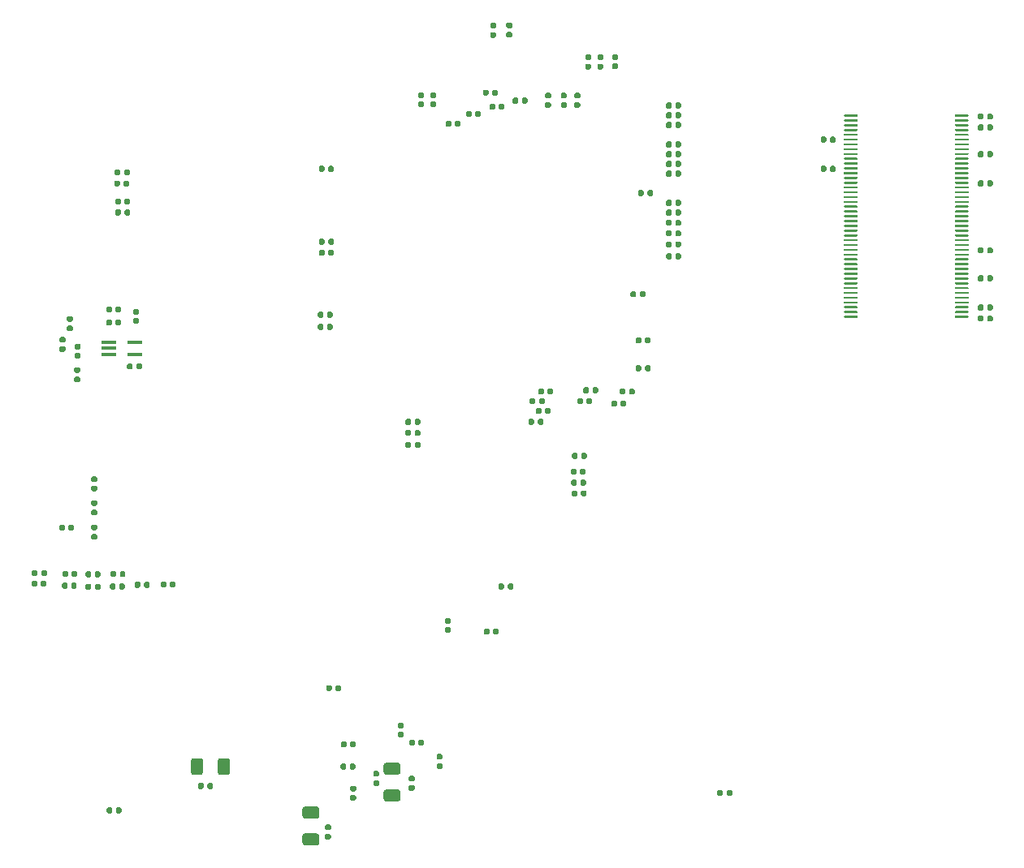
<source format=gbr>
G04 #@! TF.GenerationSoftware,KiCad,Pcbnew,5.1.6-c6e7f7d~87~ubuntu16.04.1*
G04 #@! TF.CreationDate,2020-08-04T23:08:50+05:30*
G04 #@! TF.ProjectId,Aardonyx,41617264-6f6e-4797-982e-6b696361645f,v1.0*
G04 #@! TF.SameCoordinates,Original*
G04 #@! TF.FileFunction,Paste,Bot*
G04 #@! TF.FilePolarity,Positive*
%FSLAX46Y46*%
G04 Gerber Fmt 4.6, Leading zero omitted, Abs format (unit mm)*
G04 Created by KiCad (PCBNEW 5.1.6-c6e7f7d~87~ubuntu16.04.1) date 2020-08-04 23:08:50*
%MOMM*%
%LPD*%
G01*
G04 APERTURE LIST*
%ADD10R,1.500000X0.400000*%
G04 APERTURE END LIST*
G36*
G01*
X181795200Y-111653100D02*
X181795200Y-111308100D01*
G75*
G02*
X181942700Y-111160600I147500J0D01*
G01*
X182237700Y-111160600D01*
G75*
G02*
X182385200Y-111308100I0J-147500D01*
G01*
X182385200Y-111653100D01*
G75*
G02*
X182237700Y-111800600I-147500J0D01*
G01*
X181942700Y-111800600D01*
G75*
G02*
X181795200Y-111653100I0J147500D01*
G01*
G37*
G36*
G01*
X182765200Y-111653100D02*
X182765200Y-111308100D01*
G75*
G02*
X182912700Y-111160600I147500J0D01*
G01*
X183207700Y-111160600D01*
G75*
G02*
X183355200Y-111308100I0J-147500D01*
G01*
X183355200Y-111653100D01*
G75*
G02*
X183207700Y-111800600I-147500J0D01*
G01*
X182912700Y-111800600D01*
G75*
G02*
X182765200Y-111653100I0J147500D01*
G01*
G37*
G36*
G01*
X211597000Y-71995000D02*
X211597000Y-72105000D01*
G75*
G02*
X211542000Y-72160000I-55000J0D01*
G01*
X210252000Y-72160000D01*
G75*
G02*
X210197000Y-72105000I0J55000D01*
G01*
X210197000Y-71995000D01*
G75*
G02*
X210252000Y-71940000I55000J0D01*
G01*
X211542000Y-71940000D01*
G75*
G02*
X211597000Y-71995000I0J-55000D01*
G01*
G37*
G36*
G01*
X211597000Y-72495000D02*
X211597000Y-72605000D01*
G75*
G02*
X211542000Y-72660000I-55000J0D01*
G01*
X210252000Y-72660000D01*
G75*
G02*
X210197000Y-72605000I0J55000D01*
G01*
X210197000Y-72495000D01*
G75*
G02*
X210252000Y-72440000I55000J0D01*
G01*
X211542000Y-72440000D01*
G75*
G02*
X211597000Y-72495000I0J-55000D01*
G01*
G37*
G36*
G01*
X211597000Y-72995000D02*
X211597000Y-73105000D01*
G75*
G02*
X211542000Y-73160000I-55000J0D01*
G01*
X210252000Y-73160000D01*
G75*
G02*
X210197000Y-73105000I0J55000D01*
G01*
X210197000Y-72995000D01*
G75*
G02*
X210252000Y-72940000I55000J0D01*
G01*
X211542000Y-72940000D01*
G75*
G02*
X211597000Y-72995000I0J-55000D01*
G01*
G37*
G36*
G01*
X223157000Y-92995000D02*
X223157000Y-93105000D01*
G75*
G02*
X223102000Y-93160000I-55000J0D01*
G01*
X221812000Y-93160000D01*
G75*
G02*
X221757000Y-93105000I0J55000D01*
G01*
X221757000Y-92995000D01*
G75*
G02*
X221812000Y-92940000I55000J0D01*
G01*
X223102000Y-92940000D01*
G75*
G02*
X223157000Y-92995000I0J-55000D01*
G01*
G37*
G36*
G01*
X223157000Y-92495000D02*
X223157000Y-92605000D01*
G75*
G02*
X223102000Y-92660000I-55000J0D01*
G01*
X221812000Y-92660000D01*
G75*
G02*
X221757000Y-92605000I0J55000D01*
G01*
X221757000Y-92495000D01*
G75*
G02*
X221812000Y-92440000I55000J0D01*
G01*
X223102000Y-92440000D01*
G75*
G02*
X223157000Y-92495000I0J-55000D01*
G01*
G37*
G36*
G01*
X223157000Y-91995000D02*
X223157000Y-92105000D01*
G75*
G02*
X223102000Y-92160000I-55000J0D01*
G01*
X221812000Y-92160000D01*
G75*
G02*
X221757000Y-92105000I0J55000D01*
G01*
X221757000Y-91995000D01*
G75*
G02*
X221812000Y-91940000I55000J0D01*
G01*
X223102000Y-91940000D01*
G75*
G02*
X223157000Y-91995000I0J-55000D01*
G01*
G37*
G36*
G01*
X211597000Y-73495000D02*
X211597000Y-73605000D01*
G75*
G02*
X211542000Y-73660000I-55000J0D01*
G01*
X210252000Y-73660000D01*
G75*
G02*
X210197000Y-73605000I0J55000D01*
G01*
X210197000Y-73495000D01*
G75*
G02*
X210252000Y-73440000I55000J0D01*
G01*
X211542000Y-73440000D01*
G75*
G02*
X211597000Y-73495000I0J-55000D01*
G01*
G37*
G36*
G01*
X211597000Y-73995000D02*
X211597000Y-74105000D01*
G75*
G02*
X211542000Y-74160000I-55000J0D01*
G01*
X210252000Y-74160000D01*
G75*
G02*
X210197000Y-74105000I0J55000D01*
G01*
X210197000Y-73995000D01*
G75*
G02*
X210252000Y-73940000I55000J0D01*
G01*
X211542000Y-73940000D01*
G75*
G02*
X211597000Y-73995000I0J-55000D01*
G01*
G37*
G36*
G01*
X211597000Y-74495000D02*
X211597000Y-74605000D01*
G75*
G02*
X211542000Y-74660000I-55000J0D01*
G01*
X210252000Y-74660000D01*
G75*
G02*
X210197000Y-74605000I0J55000D01*
G01*
X210197000Y-74495000D01*
G75*
G02*
X210252000Y-74440000I55000J0D01*
G01*
X211542000Y-74440000D01*
G75*
G02*
X211597000Y-74495000I0J-55000D01*
G01*
G37*
G36*
G01*
X211597000Y-74995000D02*
X211597000Y-75105000D01*
G75*
G02*
X211542000Y-75160000I-55000J0D01*
G01*
X210252000Y-75160000D01*
G75*
G02*
X210197000Y-75105000I0J55000D01*
G01*
X210197000Y-74995000D01*
G75*
G02*
X210252000Y-74940000I55000J0D01*
G01*
X211542000Y-74940000D01*
G75*
G02*
X211597000Y-74995000I0J-55000D01*
G01*
G37*
G36*
G01*
X211597000Y-75495000D02*
X211597000Y-75605000D01*
G75*
G02*
X211542000Y-75660000I-55000J0D01*
G01*
X210252000Y-75660000D01*
G75*
G02*
X210197000Y-75605000I0J55000D01*
G01*
X210197000Y-75495000D01*
G75*
G02*
X210252000Y-75440000I55000J0D01*
G01*
X211542000Y-75440000D01*
G75*
G02*
X211597000Y-75495000I0J-55000D01*
G01*
G37*
G36*
G01*
X211597000Y-75995000D02*
X211597000Y-76105000D01*
G75*
G02*
X211542000Y-76160000I-55000J0D01*
G01*
X210252000Y-76160000D01*
G75*
G02*
X210197000Y-76105000I0J55000D01*
G01*
X210197000Y-75995000D01*
G75*
G02*
X210252000Y-75940000I55000J0D01*
G01*
X211542000Y-75940000D01*
G75*
G02*
X211597000Y-75995000I0J-55000D01*
G01*
G37*
G36*
G01*
X211597000Y-76495000D02*
X211597000Y-76605000D01*
G75*
G02*
X211542000Y-76660000I-55000J0D01*
G01*
X210252000Y-76660000D01*
G75*
G02*
X210197000Y-76605000I0J55000D01*
G01*
X210197000Y-76495000D01*
G75*
G02*
X210252000Y-76440000I55000J0D01*
G01*
X211542000Y-76440000D01*
G75*
G02*
X211597000Y-76495000I0J-55000D01*
G01*
G37*
G36*
G01*
X211597000Y-76995000D02*
X211597000Y-77105000D01*
G75*
G02*
X211542000Y-77160000I-55000J0D01*
G01*
X210252000Y-77160000D01*
G75*
G02*
X210197000Y-77105000I0J55000D01*
G01*
X210197000Y-76995000D01*
G75*
G02*
X210252000Y-76940000I55000J0D01*
G01*
X211542000Y-76940000D01*
G75*
G02*
X211597000Y-76995000I0J-55000D01*
G01*
G37*
G36*
G01*
X211597000Y-77495000D02*
X211597000Y-77605000D01*
G75*
G02*
X211542000Y-77660000I-55000J0D01*
G01*
X210252000Y-77660000D01*
G75*
G02*
X210197000Y-77605000I0J55000D01*
G01*
X210197000Y-77495000D01*
G75*
G02*
X210252000Y-77440000I55000J0D01*
G01*
X211542000Y-77440000D01*
G75*
G02*
X211597000Y-77495000I0J-55000D01*
G01*
G37*
G36*
G01*
X211634500Y-77995000D02*
X211634500Y-78105000D01*
G75*
G02*
X211579500Y-78160000I-55000J0D01*
G01*
X210214500Y-78160000D01*
G75*
G02*
X210159500Y-78105000I0J55000D01*
G01*
X210159500Y-77995000D01*
G75*
G02*
X210214500Y-77940000I55000J0D01*
G01*
X211579500Y-77940000D01*
G75*
G02*
X211634500Y-77995000I0J-55000D01*
G01*
G37*
G36*
G01*
X211597000Y-78495000D02*
X211597000Y-78605000D01*
G75*
G02*
X211542000Y-78660000I-55000J0D01*
G01*
X210252000Y-78660000D01*
G75*
G02*
X210197000Y-78605000I0J55000D01*
G01*
X210197000Y-78495000D01*
G75*
G02*
X210252000Y-78440000I55000J0D01*
G01*
X211542000Y-78440000D01*
G75*
G02*
X211597000Y-78495000I0J-55000D01*
G01*
G37*
G36*
G01*
X211597000Y-78995000D02*
X211597000Y-79105000D01*
G75*
G02*
X211542000Y-79160000I-55000J0D01*
G01*
X210252000Y-79160000D01*
G75*
G02*
X210197000Y-79105000I0J55000D01*
G01*
X210197000Y-78995000D01*
G75*
G02*
X210252000Y-78940000I55000J0D01*
G01*
X211542000Y-78940000D01*
G75*
G02*
X211597000Y-78995000I0J-55000D01*
G01*
G37*
G36*
G01*
X211597000Y-79495000D02*
X211597000Y-79605000D01*
G75*
G02*
X211542000Y-79660000I-55000J0D01*
G01*
X210252000Y-79660000D01*
G75*
G02*
X210197000Y-79605000I0J55000D01*
G01*
X210197000Y-79495000D01*
G75*
G02*
X210252000Y-79440000I55000J0D01*
G01*
X211542000Y-79440000D01*
G75*
G02*
X211597000Y-79495000I0J-55000D01*
G01*
G37*
G36*
G01*
X211597000Y-79995000D02*
X211597000Y-80105000D01*
G75*
G02*
X211542000Y-80160000I-55000J0D01*
G01*
X210252000Y-80160000D01*
G75*
G02*
X210197000Y-80105000I0J55000D01*
G01*
X210197000Y-79995000D01*
G75*
G02*
X210252000Y-79940000I55000J0D01*
G01*
X211542000Y-79940000D01*
G75*
G02*
X211597000Y-79995000I0J-55000D01*
G01*
G37*
G36*
G01*
X211597000Y-80495000D02*
X211597000Y-80605000D01*
G75*
G02*
X211542000Y-80660000I-55000J0D01*
G01*
X210252000Y-80660000D01*
G75*
G02*
X210197000Y-80605000I0J55000D01*
G01*
X210197000Y-80495000D01*
G75*
G02*
X210252000Y-80440000I55000J0D01*
G01*
X211542000Y-80440000D01*
G75*
G02*
X211597000Y-80495000I0J-55000D01*
G01*
G37*
G36*
G01*
X211597000Y-80995000D02*
X211597000Y-81105000D01*
G75*
G02*
X211542000Y-81160000I-55000J0D01*
G01*
X210252000Y-81160000D01*
G75*
G02*
X210197000Y-81105000I0J55000D01*
G01*
X210197000Y-80995000D01*
G75*
G02*
X210252000Y-80940000I55000J0D01*
G01*
X211542000Y-80940000D01*
G75*
G02*
X211597000Y-80995000I0J-55000D01*
G01*
G37*
G36*
G01*
X211597000Y-81495000D02*
X211597000Y-81605000D01*
G75*
G02*
X211542000Y-81660000I-55000J0D01*
G01*
X210252000Y-81660000D01*
G75*
G02*
X210197000Y-81605000I0J55000D01*
G01*
X210197000Y-81495000D01*
G75*
G02*
X210252000Y-81440000I55000J0D01*
G01*
X211542000Y-81440000D01*
G75*
G02*
X211597000Y-81495000I0J-55000D01*
G01*
G37*
G36*
G01*
X211597000Y-81995000D02*
X211597000Y-82105000D01*
G75*
G02*
X211542000Y-82160000I-55000J0D01*
G01*
X210252000Y-82160000D01*
G75*
G02*
X210197000Y-82105000I0J55000D01*
G01*
X210197000Y-81995000D01*
G75*
G02*
X210252000Y-81940000I55000J0D01*
G01*
X211542000Y-81940000D01*
G75*
G02*
X211597000Y-81995000I0J-55000D01*
G01*
G37*
G36*
G01*
X211597000Y-82495000D02*
X211597000Y-82605000D01*
G75*
G02*
X211542000Y-82660000I-55000J0D01*
G01*
X210252000Y-82660000D01*
G75*
G02*
X210197000Y-82605000I0J55000D01*
G01*
X210197000Y-82495000D01*
G75*
G02*
X210252000Y-82440000I55000J0D01*
G01*
X211542000Y-82440000D01*
G75*
G02*
X211597000Y-82495000I0J-55000D01*
G01*
G37*
G36*
G01*
X211597000Y-82995000D02*
X211597000Y-83105000D01*
G75*
G02*
X211542000Y-83160000I-55000J0D01*
G01*
X210252000Y-83160000D01*
G75*
G02*
X210197000Y-83105000I0J55000D01*
G01*
X210197000Y-82995000D01*
G75*
G02*
X210252000Y-82940000I55000J0D01*
G01*
X211542000Y-82940000D01*
G75*
G02*
X211597000Y-82995000I0J-55000D01*
G01*
G37*
G36*
G01*
X211597000Y-83495000D02*
X211597000Y-83605000D01*
G75*
G02*
X211542000Y-83660000I-55000J0D01*
G01*
X210252000Y-83660000D01*
G75*
G02*
X210197000Y-83605000I0J55000D01*
G01*
X210197000Y-83495000D01*
G75*
G02*
X210252000Y-83440000I55000J0D01*
G01*
X211542000Y-83440000D01*
G75*
G02*
X211597000Y-83495000I0J-55000D01*
G01*
G37*
G36*
G01*
X211597000Y-83995000D02*
X211597000Y-84105000D01*
G75*
G02*
X211542000Y-84160000I-55000J0D01*
G01*
X210252000Y-84160000D01*
G75*
G02*
X210197000Y-84105000I0J55000D01*
G01*
X210197000Y-83995000D01*
G75*
G02*
X210252000Y-83940000I55000J0D01*
G01*
X211542000Y-83940000D01*
G75*
G02*
X211597000Y-83995000I0J-55000D01*
G01*
G37*
G36*
G01*
X211597000Y-84495000D02*
X211597000Y-84605000D01*
G75*
G02*
X211542000Y-84660000I-55000J0D01*
G01*
X210252000Y-84660000D01*
G75*
G02*
X210197000Y-84605000I0J55000D01*
G01*
X210197000Y-84495000D01*
G75*
G02*
X210252000Y-84440000I55000J0D01*
G01*
X211542000Y-84440000D01*
G75*
G02*
X211597000Y-84495000I0J-55000D01*
G01*
G37*
G36*
G01*
X211597000Y-84995000D02*
X211597000Y-85105000D01*
G75*
G02*
X211542000Y-85160000I-55000J0D01*
G01*
X210252000Y-85160000D01*
G75*
G02*
X210197000Y-85105000I0J55000D01*
G01*
X210197000Y-84995000D01*
G75*
G02*
X210252000Y-84940000I55000J0D01*
G01*
X211542000Y-84940000D01*
G75*
G02*
X211597000Y-84995000I0J-55000D01*
G01*
G37*
G36*
G01*
X211597000Y-85495000D02*
X211597000Y-85605000D01*
G75*
G02*
X211542000Y-85660000I-55000J0D01*
G01*
X210252000Y-85660000D01*
G75*
G02*
X210197000Y-85605000I0J55000D01*
G01*
X210197000Y-85495000D01*
G75*
G02*
X210252000Y-85440000I55000J0D01*
G01*
X211542000Y-85440000D01*
G75*
G02*
X211597000Y-85495000I0J-55000D01*
G01*
G37*
G36*
G01*
X211597000Y-85995000D02*
X211597000Y-86105000D01*
G75*
G02*
X211542000Y-86160000I-55000J0D01*
G01*
X210252000Y-86160000D01*
G75*
G02*
X210197000Y-86105000I0J55000D01*
G01*
X210197000Y-85995000D01*
G75*
G02*
X210252000Y-85940000I55000J0D01*
G01*
X211542000Y-85940000D01*
G75*
G02*
X211597000Y-85995000I0J-55000D01*
G01*
G37*
G36*
G01*
X211597000Y-86495000D02*
X211597000Y-86605000D01*
G75*
G02*
X211542000Y-86660000I-55000J0D01*
G01*
X210252000Y-86660000D01*
G75*
G02*
X210197000Y-86605000I0J55000D01*
G01*
X210197000Y-86495000D01*
G75*
G02*
X210252000Y-86440000I55000J0D01*
G01*
X211542000Y-86440000D01*
G75*
G02*
X211597000Y-86495000I0J-55000D01*
G01*
G37*
G36*
G01*
X211597000Y-86995000D02*
X211597000Y-87105000D01*
G75*
G02*
X211542000Y-87160000I-55000J0D01*
G01*
X210252000Y-87160000D01*
G75*
G02*
X210197000Y-87105000I0J55000D01*
G01*
X210197000Y-86995000D01*
G75*
G02*
X210252000Y-86940000I55000J0D01*
G01*
X211542000Y-86940000D01*
G75*
G02*
X211597000Y-86995000I0J-55000D01*
G01*
G37*
G36*
G01*
X211597000Y-87495000D02*
X211597000Y-87605000D01*
G75*
G02*
X211542000Y-87660000I-55000J0D01*
G01*
X210252000Y-87660000D01*
G75*
G02*
X210197000Y-87605000I0J55000D01*
G01*
X210197000Y-87495000D01*
G75*
G02*
X210252000Y-87440000I55000J0D01*
G01*
X211542000Y-87440000D01*
G75*
G02*
X211597000Y-87495000I0J-55000D01*
G01*
G37*
G36*
G01*
X211597000Y-87995000D02*
X211597000Y-88105000D01*
G75*
G02*
X211542000Y-88160000I-55000J0D01*
G01*
X210252000Y-88160000D01*
G75*
G02*
X210197000Y-88105000I0J55000D01*
G01*
X210197000Y-87995000D01*
G75*
G02*
X210252000Y-87940000I55000J0D01*
G01*
X211542000Y-87940000D01*
G75*
G02*
X211597000Y-87995000I0J-55000D01*
G01*
G37*
G36*
G01*
X211597000Y-88495000D02*
X211597000Y-88605000D01*
G75*
G02*
X211542000Y-88660000I-55000J0D01*
G01*
X210252000Y-88660000D01*
G75*
G02*
X210197000Y-88605000I0J55000D01*
G01*
X210197000Y-88495000D01*
G75*
G02*
X210252000Y-88440000I55000J0D01*
G01*
X211542000Y-88440000D01*
G75*
G02*
X211597000Y-88495000I0J-55000D01*
G01*
G37*
G36*
G01*
X211597000Y-88995000D02*
X211597000Y-89105000D01*
G75*
G02*
X211542000Y-89160000I-55000J0D01*
G01*
X210252000Y-89160000D01*
G75*
G02*
X210197000Y-89105000I0J55000D01*
G01*
X210197000Y-88995000D01*
G75*
G02*
X210252000Y-88940000I55000J0D01*
G01*
X211542000Y-88940000D01*
G75*
G02*
X211597000Y-88995000I0J-55000D01*
G01*
G37*
G36*
G01*
X211597000Y-89495000D02*
X211597000Y-89605000D01*
G75*
G02*
X211542000Y-89660000I-55000J0D01*
G01*
X210252000Y-89660000D01*
G75*
G02*
X210197000Y-89605000I0J55000D01*
G01*
X210197000Y-89495000D01*
G75*
G02*
X210252000Y-89440000I55000J0D01*
G01*
X211542000Y-89440000D01*
G75*
G02*
X211597000Y-89495000I0J-55000D01*
G01*
G37*
G36*
G01*
X211597000Y-89995000D02*
X211597000Y-90105000D01*
G75*
G02*
X211542000Y-90160000I-55000J0D01*
G01*
X210252000Y-90160000D01*
G75*
G02*
X210197000Y-90105000I0J55000D01*
G01*
X210197000Y-89995000D01*
G75*
G02*
X210252000Y-89940000I55000J0D01*
G01*
X211542000Y-89940000D01*
G75*
G02*
X211597000Y-89995000I0J-55000D01*
G01*
G37*
G36*
G01*
X211597000Y-90495000D02*
X211597000Y-90605000D01*
G75*
G02*
X211542000Y-90660000I-55000J0D01*
G01*
X210252000Y-90660000D01*
G75*
G02*
X210197000Y-90605000I0J55000D01*
G01*
X210197000Y-90495000D01*
G75*
G02*
X210252000Y-90440000I55000J0D01*
G01*
X211542000Y-90440000D01*
G75*
G02*
X211597000Y-90495000I0J-55000D01*
G01*
G37*
G36*
G01*
X211597000Y-90995000D02*
X211597000Y-91105000D01*
G75*
G02*
X211542000Y-91160000I-55000J0D01*
G01*
X210252000Y-91160000D01*
G75*
G02*
X210197000Y-91105000I0J55000D01*
G01*
X210197000Y-90995000D01*
G75*
G02*
X210252000Y-90940000I55000J0D01*
G01*
X211542000Y-90940000D01*
G75*
G02*
X211597000Y-90995000I0J-55000D01*
G01*
G37*
G36*
G01*
X211597000Y-91495000D02*
X211597000Y-91605000D01*
G75*
G02*
X211542000Y-91660000I-55000J0D01*
G01*
X210252000Y-91660000D01*
G75*
G02*
X210197000Y-91605000I0J55000D01*
G01*
X210197000Y-91495000D01*
G75*
G02*
X210252000Y-91440000I55000J0D01*
G01*
X211542000Y-91440000D01*
G75*
G02*
X211597000Y-91495000I0J-55000D01*
G01*
G37*
G36*
G01*
X211597000Y-91995000D02*
X211597000Y-92105000D01*
G75*
G02*
X211542000Y-92160000I-55000J0D01*
G01*
X210252000Y-92160000D01*
G75*
G02*
X210197000Y-92105000I0J55000D01*
G01*
X210197000Y-91995000D01*
G75*
G02*
X210252000Y-91940000I55000J0D01*
G01*
X211542000Y-91940000D01*
G75*
G02*
X211597000Y-91995000I0J-55000D01*
G01*
G37*
G36*
G01*
X211597000Y-92495000D02*
X211597000Y-92605000D01*
G75*
G02*
X211542000Y-92660000I-55000J0D01*
G01*
X210252000Y-92660000D01*
G75*
G02*
X210197000Y-92605000I0J55000D01*
G01*
X210197000Y-92495000D01*
G75*
G02*
X210252000Y-92440000I55000J0D01*
G01*
X211542000Y-92440000D01*
G75*
G02*
X211597000Y-92495000I0J-55000D01*
G01*
G37*
G36*
G01*
X211597000Y-92995000D02*
X211597000Y-93105000D01*
G75*
G02*
X211542000Y-93160000I-55000J0D01*
G01*
X210252000Y-93160000D01*
G75*
G02*
X210197000Y-93105000I0J55000D01*
G01*
X210197000Y-92995000D01*
G75*
G02*
X210252000Y-92940000I55000J0D01*
G01*
X211542000Y-92940000D01*
G75*
G02*
X211597000Y-92995000I0J-55000D01*
G01*
G37*
G36*
G01*
X223157000Y-91495000D02*
X223157000Y-91605000D01*
G75*
G02*
X223102000Y-91660000I-55000J0D01*
G01*
X221812000Y-91660000D01*
G75*
G02*
X221757000Y-91605000I0J55000D01*
G01*
X221757000Y-91495000D01*
G75*
G02*
X221812000Y-91440000I55000J0D01*
G01*
X223102000Y-91440000D01*
G75*
G02*
X223157000Y-91495000I0J-55000D01*
G01*
G37*
G36*
G01*
X223157000Y-90995000D02*
X223157000Y-91105000D01*
G75*
G02*
X223102000Y-91160000I-55000J0D01*
G01*
X221812000Y-91160000D01*
G75*
G02*
X221757000Y-91105000I0J55000D01*
G01*
X221757000Y-90995000D01*
G75*
G02*
X221812000Y-90940000I55000J0D01*
G01*
X223102000Y-90940000D01*
G75*
G02*
X223157000Y-90995000I0J-55000D01*
G01*
G37*
G36*
G01*
X223157000Y-90495000D02*
X223157000Y-90605000D01*
G75*
G02*
X223102000Y-90660000I-55000J0D01*
G01*
X221812000Y-90660000D01*
G75*
G02*
X221757000Y-90605000I0J55000D01*
G01*
X221757000Y-90495000D01*
G75*
G02*
X221812000Y-90440000I55000J0D01*
G01*
X223102000Y-90440000D01*
G75*
G02*
X223157000Y-90495000I0J-55000D01*
G01*
G37*
G36*
G01*
X223157000Y-89995000D02*
X223157000Y-90105000D01*
G75*
G02*
X223102000Y-90160000I-55000J0D01*
G01*
X221812000Y-90160000D01*
G75*
G02*
X221757000Y-90105000I0J55000D01*
G01*
X221757000Y-89995000D01*
G75*
G02*
X221812000Y-89940000I55000J0D01*
G01*
X223102000Y-89940000D01*
G75*
G02*
X223157000Y-89995000I0J-55000D01*
G01*
G37*
G36*
G01*
X223157000Y-89495000D02*
X223157000Y-89605000D01*
G75*
G02*
X223102000Y-89660000I-55000J0D01*
G01*
X221812000Y-89660000D01*
G75*
G02*
X221757000Y-89605000I0J55000D01*
G01*
X221757000Y-89495000D01*
G75*
G02*
X221812000Y-89440000I55000J0D01*
G01*
X223102000Y-89440000D01*
G75*
G02*
X223157000Y-89495000I0J-55000D01*
G01*
G37*
G36*
G01*
X223157000Y-88995000D02*
X223157000Y-89105000D01*
G75*
G02*
X223102000Y-89160000I-55000J0D01*
G01*
X221812000Y-89160000D01*
G75*
G02*
X221757000Y-89105000I0J55000D01*
G01*
X221757000Y-88995000D01*
G75*
G02*
X221812000Y-88940000I55000J0D01*
G01*
X223102000Y-88940000D01*
G75*
G02*
X223157000Y-88995000I0J-55000D01*
G01*
G37*
G36*
G01*
X223157000Y-88495000D02*
X223157000Y-88605000D01*
G75*
G02*
X223102000Y-88660000I-55000J0D01*
G01*
X221812000Y-88660000D01*
G75*
G02*
X221757000Y-88605000I0J55000D01*
G01*
X221757000Y-88495000D01*
G75*
G02*
X221812000Y-88440000I55000J0D01*
G01*
X223102000Y-88440000D01*
G75*
G02*
X223157000Y-88495000I0J-55000D01*
G01*
G37*
G36*
G01*
X223157000Y-87995000D02*
X223157000Y-88105000D01*
G75*
G02*
X223102000Y-88160000I-55000J0D01*
G01*
X221812000Y-88160000D01*
G75*
G02*
X221757000Y-88105000I0J55000D01*
G01*
X221757000Y-87995000D01*
G75*
G02*
X221812000Y-87940000I55000J0D01*
G01*
X223102000Y-87940000D01*
G75*
G02*
X223157000Y-87995000I0J-55000D01*
G01*
G37*
G36*
G01*
X223157000Y-87495000D02*
X223157000Y-87605000D01*
G75*
G02*
X223102000Y-87660000I-55000J0D01*
G01*
X221812000Y-87660000D01*
G75*
G02*
X221757000Y-87605000I0J55000D01*
G01*
X221757000Y-87495000D01*
G75*
G02*
X221812000Y-87440000I55000J0D01*
G01*
X223102000Y-87440000D01*
G75*
G02*
X223157000Y-87495000I0J-55000D01*
G01*
G37*
G36*
G01*
X223157000Y-86995000D02*
X223157000Y-87105000D01*
G75*
G02*
X223102000Y-87160000I-55000J0D01*
G01*
X221812000Y-87160000D01*
G75*
G02*
X221757000Y-87105000I0J55000D01*
G01*
X221757000Y-86995000D01*
G75*
G02*
X221812000Y-86940000I55000J0D01*
G01*
X223102000Y-86940000D01*
G75*
G02*
X223157000Y-86995000I0J-55000D01*
G01*
G37*
G36*
G01*
X223157000Y-86495000D02*
X223157000Y-86605000D01*
G75*
G02*
X223102000Y-86660000I-55000J0D01*
G01*
X221812000Y-86660000D01*
G75*
G02*
X221757000Y-86605000I0J55000D01*
G01*
X221757000Y-86495000D01*
G75*
G02*
X221812000Y-86440000I55000J0D01*
G01*
X223102000Y-86440000D01*
G75*
G02*
X223157000Y-86495000I0J-55000D01*
G01*
G37*
G36*
G01*
X223157000Y-85995000D02*
X223157000Y-86105000D01*
G75*
G02*
X223102000Y-86160000I-55000J0D01*
G01*
X221812000Y-86160000D01*
G75*
G02*
X221757000Y-86105000I0J55000D01*
G01*
X221757000Y-85995000D01*
G75*
G02*
X221812000Y-85940000I55000J0D01*
G01*
X223102000Y-85940000D01*
G75*
G02*
X223157000Y-85995000I0J-55000D01*
G01*
G37*
G36*
G01*
X223157000Y-85495000D02*
X223157000Y-85605000D01*
G75*
G02*
X223102000Y-85660000I-55000J0D01*
G01*
X221812000Y-85660000D01*
G75*
G02*
X221757000Y-85605000I0J55000D01*
G01*
X221757000Y-85495000D01*
G75*
G02*
X221812000Y-85440000I55000J0D01*
G01*
X223102000Y-85440000D01*
G75*
G02*
X223157000Y-85495000I0J-55000D01*
G01*
G37*
G36*
G01*
X223157000Y-84995000D02*
X223157000Y-85105000D01*
G75*
G02*
X223102000Y-85160000I-55000J0D01*
G01*
X221812000Y-85160000D01*
G75*
G02*
X221757000Y-85105000I0J55000D01*
G01*
X221757000Y-84995000D01*
G75*
G02*
X221812000Y-84940000I55000J0D01*
G01*
X223102000Y-84940000D01*
G75*
G02*
X223157000Y-84995000I0J-55000D01*
G01*
G37*
G36*
G01*
X223157000Y-84495000D02*
X223157000Y-84605000D01*
G75*
G02*
X223102000Y-84660000I-55000J0D01*
G01*
X221812000Y-84660000D01*
G75*
G02*
X221757000Y-84605000I0J55000D01*
G01*
X221757000Y-84495000D01*
G75*
G02*
X221812000Y-84440000I55000J0D01*
G01*
X223102000Y-84440000D01*
G75*
G02*
X223157000Y-84495000I0J-55000D01*
G01*
G37*
G36*
G01*
X223157000Y-83995000D02*
X223157000Y-84105000D01*
G75*
G02*
X223102000Y-84160000I-55000J0D01*
G01*
X221812000Y-84160000D01*
G75*
G02*
X221757000Y-84105000I0J55000D01*
G01*
X221757000Y-83995000D01*
G75*
G02*
X221812000Y-83940000I55000J0D01*
G01*
X223102000Y-83940000D01*
G75*
G02*
X223157000Y-83995000I0J-55000D01*
G01*
G37*
G36*
G01*
X223157000Y-83495000D02*
X223157000Y-83605000D01*
G75*
G02*
X223102000Y-83660000I-55000J0D01*
G01*
X221812000Y-83660000D01*
G75*
G02*
X221757000Y-83605000I0J55000D01*
G01*
X221757000Y-83495000D01*
G75*
G02*
X221812000Y-83440000I55000J0D01*
G01*
X223102000Y-83440000D01*
G75*
G02*
X223157000Y-83495000I0J-55000D01*
G01*
G37*
G36*
G01*
X223157000Y-82995000D02*
X223157000Y-83105000D01*
G75*
G02*
X223102000Y-83160000I-55000J0D01*
G01*
X221812000Y-83160000D01*
G75*
G02*
X221757000Y-83105000I0J55000D01*
G01*
X221757000Y-82995000D01*
G75*
G02*
X221812000Y-82940000I55000J0D01*
G01*
X223102000Y-82940000D01*
G75*
G02*
X223157000Y-82995000I0J-55000D01*
G01*
G37*
G36*
G01*
X223157000Y-82495000D02*
X223157000Y-82605000D01*
G75*
G02*
X223102000Y-82660000I-55000J0D01*
G01*
X221812000Y-82660000D01*
G75*
G02*
X221757000Y-82605000I0J55000D01*
G01*
X221757000Y-82495000D01*
G75*
G02*
X221812000Y-82440000I55000J0D01*
G01*
X223102000Y-82440000D01*
G75*
G02*
X223157000Y-82495000I0J-55000D01*
G01*
G37*
G36*
G01*
X223157000Y-81995000D02*
X223157000Y-82105000D01*
G75*
G02*
X223102000Y-82160000I-55000J0D01*
G01*
X221812000Y-82160000D01*
G75*
G02*
X221757000Y-82105000I0J55000D01*
G01*
X221757000Y-81995000D01*
G75*
G02*
X221812000Y-81940000I55000J0D01*
G01*
X223102000Y-81940000D01*
G75*
G02*
X223157000Y-81995000I0J-55000D01*
G01*
G37*
G36*
G01*
X223157000Y-81495000D02*
X223157000Y-81605000D01*
G75*
G02*
X223102000Y-81660000I-55000J0D01*
G01*
X221812000Y-81660000D01*
G75*
G02*
X221757000Y-81605000I0J55000D01*
G01*
X221757000Y-81495000D01*
G75*
G02*
X221812000Y-81440000I55000J0D01*
G01*
X223102000Y-81440000D01*
G75*
G02*
X223157000Y-81495000I0J-55000D01*
G01*
G37*
G36*
G01*
X223157000Y-80995000D02*
X223157000Y-81105000D01*
G75*
G02*
X223102000Y-81160000I-55000J0D01*
G01*
X221812000Y-81160000D01*
G75*
G02*
X221757000Y-81105000I0J55000D01*
G01*
X221757000Y-80995000D01*
G75*
G02*
X221812000Y-80940000I55000J0D01*
G01*
X223102000Y-80940000D01*
G75*
G02*
X223157000Y-80995000I0J-55000D01*
G01*
G37*
G36*
G01*
X223157000Y-80495000D02*
X223157000Y-80605000D01*
G75*
G02*
X223102000Y-80660000I-55000J0D01*
G01*
X221812000Y-80660000D01*
G75*
G02*
X221757000Y-80605000I0J55000D01*
G01*
X221757000Y-80495000D01*
G75*
G02*
X221812000Y-80440000I55000J0D01*
G01*
X223102000Y-80440000D01*
G75*
G02*
X223157000Y-80495000I0J-55000D01*
G01*
G37*
G36*
G01*
X223157000Y-79995000D02*
X223157000Y-80105000D01*
G75*
G02*
X223102000Y-80160000I-55000J0D01*
G01*
X221812000Y-80160000D01*
G75*
G02*
X221757000Y-80105000I0J55000D01*
G01*
X221757000Y-79995000D01*
G75*
G02*
X221812000Y-79940000I55000J0D01*
G01*
X223102000Y-79940000D01*
G75*
G02*
X223157000Y-79995000I0J-55000D01*
G01*
G37*
G36*
G01*
X223157000Y-79495000D02*
X223157000Y-79605000D01*
G75*
G02*
X223102000Y-79660000I-55000J0D01*
G01*
X221812000Y-79660000D01*
G75*
G02*
X221757000Y-79605000I0J55000D01*
G01*
X221757000Y-79495000D01*
G75*
G02*
X221812000Y-79440000I55000J0D01*
G01*
X223102000Y-79440000D01*
G75*
G02*
X223157000Y-79495000I0J-55000D01*
G01*
G37*
G36*
G01*
X223157000Y-78995000D02*
X223157000Y-79105000D01*
G75*
G02*
X223102000Y-79160000I-55000J0D01*
G01*
X221812000Y-79160000D01*
G75*
G02*
X221757000Y-79105000I0J55000D01*
G01*
X221757000Y-78995000D01*
G75*
G02*
X221812000Y-78940000I55000J0D01*
G01*
X223102000Y-78940000D01*
G75*
G02*
X223157000Y-78995000I0J-55000D01*
G01*
G37*
G36*
G01*
X223157000Y-78495000D02*
X223157000Y-78605000D01*
G75*
G02*
X223102000Y-78660000I-55000J0D01*
G01*
X221812000Y-78660000D01*
G75*
G02*
X221757000Y-78605000I0J55000D01*
G01*
X221757000Y-78495000D01*
G75*
G02*
X221812000Y-78440000I55000J0D01*
G01*
X223102000Y-78440000D01*
G75*
G02*
X223157000Y-78495000I0J-55000D01*
G01*
G37*
G36*
G01*
X223157000Y-77995000D02*
X223157000Y-78105000D01*
G75*
G02*
X223102000Y-78160000I-55000J0D01*
G01*
X221812000Y-78160000D01*
G75*
G02*
X221757000Y-78105000I0J55000D01*
G01*
X221757000Y-77995000D01*
G75*
G02*
X221812000Y-77940000I55000J0D01*
G01*
X223102000Y-77940000D01*
G75*
G02*
X223157000Y-77995000I0J-55000D01*
G01*
G37*
G36*
G01*
X223157000Y-77495000D02*
X223157000Y-77605000D01*
G75*
G02*
X223102000Y-77660000I-55000J0D01*
G01*
X221812000Y-77660000D01*
G75*
G02*
X221757000Y-77605000I0J55000D01*
G01*
X221757000Y-77495000D01*
G75*
G02*
X221812000Y-77440000I55000J0D01*
G01*
X223102000Y-77440000D01*
G75*
G02*
X223157000Y-77495000I0J-55000D01*
G01*
G37*
G36*
G01*
X223157000Y-76995000D02*
X223157000Y-77105000D01*
G75*
G02*
X223102000Y-77160000I-55000J0D01*
G01*
X221812000Y-77160000D01*
G75*
G02*
X221757000Y-77105000I0J55000D01*
G01*
X221757000Y-76995000D01*
G75*
G02*
X221812000Y-76940000I55000J0D01*
G01*
X223102000Y-76940000D01*
G75*
G02*
X223157000Y-76995000I0J-55000D01*
G01*
G37*
G36*
G01*
X223157000Y-76495000D02*
X223157000Y-76605000D01*
G75*
G02*
X223102000Y-76660000I-55000J0D01*
G01*
X221812000Y-76660000D01*
G75*
G02*
X221757000Y-76605000I0J55000D01*
G01*
X221757000Y-76495000D01*
G75*
G02*
X221812000Y-76440000I55000J0D01*
G01*
X223102000Y-76440000D01*
G75*
G02*
X223157000Y-76495000I0J-55000D01*
G01*
G37*
G36*
G01*
X223157000Y-75995000D02*
X223157000Y-76105000D01*
G75*
G02*
X223102000Y-76160000I-55000J0D01*
G01*
X221812000Y-76160000D01*
G75*
G02*
X221757000Y-76105000I0J55000D01*
G01*
X221757000Y-75995000D01*
G75*
G02*
X221812000Y-75940000I55000J0D01*
G01*
X223102000Y-75940000D01*
G75*
G02*
X223157000Y-75995000I0J-55000D01*
G01*
G37*
G36*
G01*
X223157000Y-75495000D02*
X223157000Y-75605000D01*
G75*
G02*
X223102000Y-75660000I-55000J0D01*
G01*
X221812000Y-75660000D01*
G75*
G02*
X221757000Y-75605000I0J55000D01*
G01*
X221757000Y-75495000D01*
G75*
G02*
X221812000Y-75440000I55000J0D01*
G01*
X223102000Y-75440000D01*
G75*
G02*
X223157000Y-75495000I0J-55000D01*
G01*
G37*
G36*
G01*
X223157000Y-74995000D02*
X223157000Y-75105000D01*
G75*
G02*
X223102000Y-75160000I-55000J0D01*
G01*
X221812000Y-75160000D01*
G75*
G02*
X221757000Y-75105000I0J55000D01*
G01*
X221757000Y-74995000D01*
G75*
G02*
X221812000Y-74940000I55000J0D01*
G01*
X223102000Y-74940000D01*
G75*
G02*
X223157000Y-74995000I0J-55000D01*
G01*
G37*
G36*
G01*
X223157000Y-74495000D02*
X223157000Y-74605000D01*
G75*
G02*
X223102000Y-74660000I-55000J0D01*
G01*
X221812000Y-74660000D01*
G75*
G02*
X221757000Y-74605000I0J55000D01*
G01*
X221757000Y-74495000D01*
G75*
G02*
X221812000Y-74440000I55000J0D01*
G01*
X223102000Y-74440000D01*
G75*
G02*
X223157000Y-74495000I0J-55000D01*
G01*
G37*
G36*
G01*
X223157000Y-73995000D02*
X223157000Y-74105000D01*
G75*
G02*
X223102000Y-74160000I-55000J0D01*
G01*
X221812000Y-74160000D01*
G75*
G02*
X221757000Y-74105000I0J55000D01*
G01*
X221757000Y-73995000D01*
G75*
G02*
X221812000Y-73940000I55000J0D01*
G01*
X223102000Y-73940000D01*
G75*
G02*
X223157000Y-73995000I0J-55000D01*
G01*
G37*
G36*
G01*
X223157000Y-73495000D02*
X223157000Y-73605000D01*
G75*
G02*
X223102000Y-73660000I-55000J0D01*
G01*
X221812000Y-73660000D01*
G75*
G02*
X221757000Y-73605000I0J55000D01*
G01*
X221757000Y-73495000D01*
G75*
G02*
X221812000Y-73440000I55000J0D01*
G01*
X223102000Y-73440000D01*
G75*
G02*
X223157000Y-73495000I0J-55000D01*
G01*
G37*
G36*
G01*
X223157000Y-73000000D02*
X223157000Y-73100000D01*
G75*
G02*
X223107000Y-73150000I-50000J0D01*
G01*
X221807000Y-73150000D01*
G75*
G02*
X221757000Y-73100000I0J50000D01*
G01*
X221757000Y-73000000D01*
G75*
G02*
X221807000Y-72950000I50000J0D01*
G01*
X223107000Y-72950000D01*
G75*
G02*
X223157000Y-73000000I0J-50000D01*
G01*
G37*
G36*
G01*
X223157000Y-72495000D02*
X223157000Y-72605000D01*
G75*
G02*
X223102000Y-72660000I-55000J0D01*
G01*
X221812000Y-72660000D01*
G75*
G02*
X221757000Y-72605000I0J55000D01*
G01*
X221757000Y-72495000D01*
G75*
G02*
X221812000Y-72440000I55000J0D01*
G01*
X223102000Y-72440000D01*
G75*
G02*
X223157000Y-72495000I0J-55000D01*
G01*
G37*
G36*
G01*
X223157000Y-71995000D02*
X223157000Y-72105000D01*
G75*
G02*
X223102000Y-72160000I-55000J0D01*
G01*
X221812000Y-72160000D01*
G75*
G02*
X221757000Y-72105000I0J55000D01*
G01*
X221757000Y-71995000D01*
G75*
G02*
X221812000Y-71940000I55000J0D01*
G01*
X223102000Y-71940000D01*
G75*
G02*
X223157000Y-71995000I0J-55000D01*
G01*
G37*
D10*
X133569400Y-96992200D03*
X133569400Y-96342200D03*
X133569400Y-95692200D03*
X136229400Y-95692200D03*
X136229400Y-96992200D03*
G36*
G01*
X129913600Y-114864100D02*
X129913600Y-115209100D01*
G75*
G02*
X129766100Y-115356600I-147500J0D01*
G01*
X129471100Y-115356600D01*
G75*
G02*
X129323600Y-115209100I0J147500D01*
G01*
X129323600Y-114864100D01*
G75*
G02*
X129471100Y-114716600I147500J0D01*
G01*
X129766100Y-114716600D01*
G75*
G02*
X129913600Y-114864100I0J-147500D01*
G01*
G37*
G36*
G01*
X128943600Y-114864100D02*
X128943600Y-115209100D01*
G75*
G02*
X128796100Y-115356600I-147500J0D01*
G01*
X128501100Y-115356600D01*
G75*
G02*
X128353600Y-115209100I0J147500D01*
G01*
X128353600Y-114864100D01*
G75*
G02*
X128501100Y-114716600I147500J0D01*
G01*
X128796100Y-114716600D01*
G75*
G02*
X128943600Y-114864100I0J-147500D01*
G01*
G37*
G36*
G01*
X177297000Y-104185500D02*
X177297000Y-103840500D01*
G75*
G02*
X177444500Y-103693000I147500J0D01*
G01*
X177739500Y-103693000D01*
G75*
G02*
X177887000Y-103840500I0J-147500D01*
G01*
X177887000Y-104185500D01*
G75*
G02*
X177739500Y-104333000I-147500J0D01*
G01*
X177444500Y-104333000D01*
G75*
G02*
X177297000Y-104185500I0J147500D01*
G01*
G37*
G36*
G01*
X178267000Y-104185500D02*
X178267000Y-103840500D01*
G75*
G02*
X178414500Y-103693000I147500J0D01*
G01*
X178709500Y-103693000D01*
G75*
G02*
X178857000Y-103840500I0J-147500D01*
G01*
X178857000Y-104185500D01*
G75*
G02*
X178709500Y-104333000I-147500J0D01*
G01*
X178414500Y-104333000D01*
G75*
G02*
X178267000Y-104185500I0J147500D01*
G01*
G37*
G36*
G01*
X178036000Y-103042500D02*
X178036000Y-102697500D01*
G75*
G02*
X178183500Y-102550000I147500J0D01*
G01*
X178478500Y-102550000D01*
G75*
G02*
X178626000Y-102697500I0J-147500D01*
G01*
X178626000Y-103042500D01*
G75*
G02*
X178478500Y-103190000I-147500J0D01*
G01*
X178183500Y-103190000D01*
G75*
G02*
X178036000Y-103042500I0J147500D01*
G01*
G37*
G36*
G01*
X179006000Y-103042500D02*
X179006000Y-102697500D01*
G75*
G02*
X179153500Y-102550000I147500J0D01*
G01*
X179448500Y-102550000D01*
G75*
G02*
X179596000Y-102697500I0J-147500D01*
G01*
X179596000Y-103042500D01*
G75*
G02*
X179448500Y-103190000I-147500J0D01*
G01*
X179153500Y-103190000D01*
G75*
G02*
X179006000Y-103042500I0J147500D01*
G01*
G37*
G36*
G01*
X177424000Y-102026500D02*
X177424000Y-101681500D01*
G75*
G02*
X177571500Y-101534000I147500J0D01*
G01*
X177866500Y-101534000D01*
G75*
G02*
X178014000Y-101681500I0J-147500D01*
G01*
X178014000Y-102026500D01*
G75*
G02*
X177866500Y-102174000I-147500J0D01*
G01*
X177571500Y-102174000D01*
G75*
G02*
X177424000Y-102026500I0J147500D01*
G01*
G37*
G36*
G01*
X178394000Y-102026500D02*
X178394000Y-101681500D01*
G75*
G02*
X178541500Y-101534000I147500J0D01*
G01*
X178836500Y-101534000D01*
G75*
G02*
X178984000Y-101681500I0J-147500D01*
G01*
X178984000Y-102026500D01*
G75*
G02*
X178836500Y-102174000I-147500J0D01*
G01*
X178541500Y-102174000D01*
G75*
G02*
X178394000Y-102026500I0J147500D01*
G01*
G37*
G36*
G01*
X178290000Y-101010500D02*
X178290000Y-100665500D01*
G75*
G02*
X178437500Y-100518000I147500J0D01*
G01*
X178732500Y-100518000D01*
G75*
G02*
X178880000Y-100665500I0J-147500D01*
G01*
X178880000Y-101010500D01*
G75*
G02*
X178732500Y-101158000I-147500J0D01*
G01*
X178437500Y-101158000D01*
G75*
G02*
X178290000Y-101010500I0J147500D01*
G01*
G37*
G36*
G01*
X179260000Y-101010500D02*
X179260000Y-100665500D01*
G75*
G02*
X179407500Y-100518000I147500J0D01*
G01*
X179702500Y-100518000D01*
G75*
G02*
X179850000Y-100665500I0J-147500D01*
G01*
X179850000Y-101010500D01*
G75*
G02*
X179702500Y-101158000I-147500J0D01*
G01*
X179407500Y-101158000D01*
G75*
G02*
X179260000Y-101010500I0J147500D01*
G01*
G37*
G36*
G01*
X182377000Y-102026500D02*
X182377000Y-101681500D01*
G75*
G02*
X182524500Y-101534000I147500J0D01*
G01*
X182819500Y-101534000D01*
G75*
G02*
X182967000Y-101681500I0J-147500D01*
G01*
X182967000Y-102026500D01*
G75*
G02*
X182819500Y-102174000I-147500J0D01*
G01*
X182524500Y-102174000D01*
G75*
G02*
X182377000Y-102026500I0J147500D01*
G01*
G37*
G36*
G01*
X183347000Y-102026500D02*
X183347000Y-101681500D01*
G75*
G02*
X183494500Y-101534000I147500J0D01*
G01*
X183789500Y-101534000D01*
G75*
G02*
X183937000Y-101681500I0J-147500D01*
G01*
X183937000Y-102026500D01*
G75*
G02*
X183789500Y-102174000I-147500J0D01*
G01*
X183494500Y-102174000D01*
G75*
G02*
X183347000Y-102026500I0J147500D01*
G01*
G37*
G36*
G01*
X182989000Y-100883500D02*
X182989000Y-100538500D01*
G75*
G02*
X183136500Y-100391000I147500J0D01*
G01*
X183431500Y-100391000D01*
G75*
G02*
X183579000Y-100538500I0J-147500D01*
G01*
X183579000Y-100883500D01*
G75*
G02*
X183431500Y-101031000I-147500J0D01*
G01*
X183136500Y-101031000D01*
G75*
G02*
X182989000Y-100883500I0J147500D01*
G01*
G37*
G36*
G01*
X183959000Y-100883500D02*
X183959000Y-100538500D01*
G75*
G02*
X184106500Y-100391000I147500J0D01*
G01*
X184401500Y-100391000D01*
G75*
G02*
X184549000Y-100538500I0J-147500D01*
G01*
X184549000Y-100883500D01*
G75*
G02*
X184401500Y-101031000I-147500J0D01*
G01*
X184106500Y-101031000D01*
G75*
G02*
X183959000Y-100883500I0J147500D01*
G01*
G37*
G36*
G01*
X185910000Y-102280500D02*
X185910000Y-101935500D01*
G75*
G02*
X186057500Y-101788000I147500J0D01*
G01*
X186352500Y-101788000D01*
G75*
G02*
X186500000Y-101935500I0J-147500D01*
G01*
X186500000Y-102280500D01*
G75*
G02*
X186352500Y-102428000I-147500J0D01*
G01*
X186057500Y-102428000D01*
G75*
G02*
X185910000Y-102280500I0J147500D01*
G01*
G37*
G36*
G01*
X186880000Y-102280500D02*
X186880000Y-101935500D01*
G75*
G02*
X187027500Y-101788000I147500J0D01*
G01*
X187322500Y-101788000D01*
G75*
G02*
X187470000Y-101935500I0J-147500D01*
G01*
X187470000Y-102280500D01*
G75*
G02*
X187322500Y-102428000I-147500J0D01*
G01*
X187027500Y-102428000D01*
G75*
G02*
X186880000Y-102280500I0J147500D01*
G01*
G37*
G36*
G01*
X186799000Y-101010500D02*
X186799000Y-100665500D01*
G75*
G02*
X186946500Y-100518000I147500J0D01*
G01*
X187241500Y-100518000D01*
G75*
G02*
X187389000Y-100665500I0J-147500D01*
G01*
X187389000Y-101010500D01*
G75*
G02*
X187241500Y-101158000I-147500J0D01*
G01*
X186946500Y-101158000D01*
G75*
G02*
X186799000Y-101010500I0J147500D01*
G01*
G37*
G36*
G01*
X187769000Y-101010500D02*
X187769000Y-100665500D01*
G75*
G02*
X187916500Y-100518000I147500J0D01*
G01*
X188211500Y-100518000D01*
G75*
G02*
X188359000Y-100665500I0J-147500D01*
G01*
X188359000Y-101010500D01*
G75*
G02*
X188211500Y-101158000I-147500J0D01*
G01*
X187916500Y-101158000D01*
G75*
G02*
X187769000Y-101010500I0J147500D01*
G01*
G37*
G36*
G01*
X193208000Y-86568500D02*
X193208000Y-86913500D01*
G75*
G02*
X193060500Y-87061000I-147500J0D01*
G01*
X192765500Y-87061000D01*
G75*
G02*
X192618000Y-86913500I0J147500D01*
G01*
X192618000Y-86568500D01*
G75*
G02*
X192765500Y-86421000I147500J0D01*
G01*
X193060500Y-86421000D01*
G75*
G02*
X193208000Y-86568500I0J-147500D01*
G01*
G37*
G36*
G01*
X192238000Y-86568500D02*
X192238000Y-86913500D01*
G75*
G02*
X192090500Y-87061000I-147500J0D01*
G01*
X191795500Y-87061000D01*
G75*
G02*
X191648000Y-86913500I0J147500D01*
G01*
X191648000Y-86568500D01*
G75*
G02*
X191795500Y-86421000I147500J0D01*
G01*
X192090500Y-86421000D01*
G75*
G02*
X192238000Y-86568500I0J-147500D01*
G01*
G37*
G36*
G01*
X193185000Y-85323500D02*
X193185000Y-85668500D01*
G75*
G02*
X193037500Y-85816000I-147500J0D01*
G01*
X192742500Y-85816000D01*
G75*
G02*
X192595000Y-85668500I0J147500D01*
G01*
X192595000Y-85323500D01*
G75*
G02*
X192742500Y-85176000I147500J0D01*
G01*
X193037500Y-85176000D01*
G75*
G02*
X193185000Y-85323500I0J-147500D01*
G01*
G37*
G36*
G01*
X192215000Y-85323500D02*
X192215000Y-85668500D01*
G75*
G02*
X192067500Y-85816000I-147500J0D01*
G01*
X191772500Y-85816000D01*
G75*
G02*
X191625000Y-85668500I0J147500D01*
G01*
X191625000Y-85323500D01*
G75*
G02*
X191772500Y-85176000I147500J0D01*
G01*
X192067500Y-85176000D01*
G75*
G02*
X192215000Y-85323500I0J-147500D01*
G01*
G37*
G36*
G01*
X193185000Y-84163500D02*
X193185000Y-84508500D01*
G75*
G02*
X193037500Y-84656000I-147500J0D01*
G01*
X192742500Y-84656000D01*
G75*
G02*
X192595000Y-84508500I0J147500D01*
G01*
X192595000Y-84163500D01*
G75*
G02*
X192742500Y-84016000I147500J0D01*
G01*
X193037500Y-84016000D01*
G75*
G02*
X193185000Y-84163500I0J-147500D01*
G01*
G37*
G36*
G01*
X192215000Y-84163500D02*
X192215000Y-84508500D01*
G75*
G02*
X192067500Y-84656000I-147500J0D01*
G01*
X191772500Y-84656000D01*
G75*
G02*
X191625000Y-84508500I0J147500D01*
G01*
X191625000Y-84163500D01*
G75*
G02*
X191772500Y-84016000I147500J0D01*
G01*
X192067500Y-84016000D01*
G75*
G02*
X192215000Y-84163500I0J-147500D01*
G01*
G37*
G36*
G01*
X193185000Y-83063500D02*
X193185000Y-83408500D01*
G75*
G02*
X193037500Y-83556000I-147500J0D01*
G01*
X192742500Y-83556000D01*
G75*
G02*
X192595000Y-83408500I0J147500D01*
G01*
X192595000Y-83063500D01*
G75*
G02*
X192742500Y-82916000I147500J0D01*
G01*
X193037500Y-82916000D01*
G75*
G02*
X193185000Y-83063500I0J-147500D01*
G01*
G37*
G36*
G01*
X192215000Y-83063500D02*
X192215000Y-83408500D01*
G75*
G02*
X192067500Y-83556000I-147500J0D01*
G01*
X191772500Y-83556000D01*
G75*
G02*
X191625000Y-83408500I0J147500D01*
G01*
X191625000Y-83063500D01*
G75*
G02*
X191772500Y-82916000I147500J0D01*
G01*
X192067500Y-82916000D01*
G75*
G02*
X192215000Y-83063500I0J-147500D01*
G01*
G37*
G36*
G01*
X193185000Y-81996500D02*
X193185000Y-82341500D01*
G75*
G02*
X193037500Y-82489000I-147500J0D01*
G01*
X192742500Y-82489000D01*
G75*
G02*
X192595000Y-82341500I0J147500D01*
G01*
X192595000Y-81996500D01*
G75*
G02*
X192742500Y-81849000I147500J0D01*
G01*
X193037500Y-81849000D01*
G75*
G02*
X193185000Y-81996500I0J-147500D01*
G01*
G37*
G36*
G01*
X192215000Y-81996500D02*
X192215000Y-82341500D01*
G75*
G02*
X192067500Y-82489000I-147500J0D01*
G01*
X191772500Y-82489000D01*
G75*
G02*
X191625000Y-82341500I0J147500D01*
G01*
X191625000Y-81996500D01*
G75*
G02*
X191772500Y-81849000I147500J0D01*
G01*
X192067500Y-81849000D01*
G75*
G02*
X192215000Y-81996500I0J-147500D01*
G01*
G37*
G36*
G01*
X193185000Y-80980500D02*
X193185000Y-81325500D01*
G75*
G02*
X193037500Y-81473000I-147500J0D01*
G01*
X192742500Y-81473000D01*
G75*
G02*
X192595000Y-81325500I0J147500D01*
G01*
X192595000Y-80980500D01*
G75*
G02*
X192742500Y-80833000I147500J0D01*
G01*
X193037500Y-80833000D01*
G75*
G02*
X193185000Y-80980500I0J-147500D01*
G01*
G37*
G36*
G01*
X192215000Y-80980500D02*
X192215000Y-81325500D01*
G75*
G02*
X192067500Y-81473000I-147500J0D01*
G01*
X191772500Y-81473000D01*
G75*
G02*
X191625000Y-81325500I0J147500D01*
G01*
X191625000Y-80980500D01*
G75*
G02*
X191772500Y-80833000I147500J0D01*
G01*
X192067500Y-80833000D01*
G75*
G02*
X192215000Y-80980500I0J-147500D01*
G01*
G37*
G36*
G01*
X193185000Y-77932500D02*
X193185000Y-78277500D01*
G75*
G02*
X193037500Y-78425000I-147500J0D01*
G01*
X192742500Y-78425000D01*
G75*
G02*
X192595000Y-78277500I0J147500D01*
G01*
X192595000Y-77932500D01*
G75*
G02*
X192742500Y-77785000I147500J0D01*
G01*
X193037500Y-77785000D01*
G75*
G02*
X193185000Y-77932500I0J-147500D01*
G01*
G37*
G36*
G01*
X192215000Y-77932500D02*
X192215000Y-78277500D01*
G75*
G02*
X192067500Y-78425000I-147500J0D01*
G01*
X191772500Y-78425000D01*
G75*
G02*
X191625000Y-78277500I0J147500D01*
G01*
X191625000Y-77932500D01*
G75*
G02*
X191772500Y-77785000I147500J0D01*
G01*
X192067500Y-77785000D01*
G75*
G02*
X192215000Y-77932500I0J-147500D01*
G01*
G37*
G36*
G01*
X193185000Y-76916500D02*
X193185000Y-77261500D01*
G75*
G02*
X193037500Y-77409000I-147500J0D01*
G01*
X192742500Y-77409000D01*
G75*
G02*
X192595000Y-77261500I0J147500D01*
G01*
X192595000Y-76916500D01*
G75*
G02*
X192742500Y-76769000I147500J0D01*
G01*
X193037500Y-76769000D01*
G75*
G02*
X193185000Y-76916500I0J-147500D01*
G01*
G37*
G36*
G01*
X192215000Y-76916500D02*
X192215000Y-77261500D01*
G75*
G02*
X192067500Y-77409000I-147500J0D01*
G01*
X191772500Y-77409000D01*
G75*
G02*
X191625000Y-77261500I0J147500D01*
G01*
X191625000Y-76916500D01*
G75*
G02*
X191772500Y-76769000I147500J0D01*
G01*
X192067500Y-76769000D01*
G75*
G02*
X192215000Y-76916500I0J-147500D01*
G01*
G37*
G36*
G01*
X193185000Y-75900500D02*
X193185000Y-76245500D01*
G75*
G02*
X193037500Y-76393000I-147500J0D01*
G01*
X192742500Y-76393000D01*
G75*
G02*
X192595000Y-76245500I0J147500D01*
G01*
X192595000Y-75900500D01*
G75*
G02*
X192742500Y-75753000I147500J0D01*
G01*
X193037500Y-75753000D01*
G75*
G02*
X193185000Y-75900500I0J-147500D01*
G01*
G37*
G36*
G01*
X192215000Y-75900500D02*
X192215000Y-76245500D01*
G75*
G02*
X192067500Y-76393000I-147500J0D01*
G01*
X191772500Y-76393000D01*
G75*
G02*
X191625000Y-76245500I0J147500D01*
G01*
X191625000Y-75900500D01*
G75*
G02*
X191772500Y-75753000I147500J0D01*
G01*
X192067500Y-75753000D01*
G75*
G02*
X192215000Y-75900500I0J-147500D01*
G01*
G37*
G36*
G01*
X193185000Y-74884500D02*
X193185000Y-75229500D01*
G75*
G02*
X193037500Y-75377000I-147500J0D01*
G01*
X192742500Y-75377000D01*
G75*
G02*
X192595000Y-75229500I0J147500D01*
G01*
X192595000Y-74884500D01*
G75*
G02*
X192742500Y-74737000I147500J0D01*
G01*
X193037500Y-74737000D01*
G75*
G02*
X193185000Y-74884500I0J-147500D01*
G01*
G37*
G36*
G01*
X192215000Y-74884500D02*
X192215000Y-75229500D01*
G75*
G02*
X192067500Y-75377000I-147500J0D01*
G01*
X191772500Y-75377000D01*
G75*
G02*
X191625000Y-75229500I0J147500D01*
G01*
X191625000Y-74884500D01*
G75*
G02*
X191772500Y-74737000I147500J0D01*
G01*
X192067500Y-74737000D01*
G75*
G02*
X192215000Y-74884500I0J-147500D01*
G01*
G37*
G36*
G01*
X193185000Y-72852500D02*
X193185000Y-73197500D01*
G75*
G02*
X193037500Y-73345000I-147500J0D01*
G01*
X192742500Y-73345000D01*
G75*
G02*
X192595000Y-73197500I0J147500D01*
G01*
X192595000Y-72852500D01*
G75*
G02*
X192742500Y-72705000I147500J0D01*
G01*
X193037500Y-72705000D01*
G75*
G02*
X193185000Y-72852500I0J-147500D01*
G01*
G37*
G36*
G01*
X192215000Y-72852500D02*
X192215000Y-73197500D01*
G75*
G02*
X192067500Y-73345000I-147500J0D01*
G01*
X191772500Y-73345000D01*
G75*
G02*
X191625000Y-73197500I0J147500D01*
G01*
X191625000Y-72852500D01*
G75*
G02*
X191772500Y-72705000I147500J0D01*
G01*
X192067500Y-72705000D01*
G75*
G02*
X192215000Y-72852500I0J-147500D01*
G01*
G37*
G36*
G01*
X193185000Y-71836500D02*
X193185000Y-72181500D01*
G75*
G02*
X193037500Y-72329000I-147500J0D01*
G01*
X192742500Y-72329000D01*
G75*
G02*
X192595000Y-72181500I0J147500D01*
G01*
X192595000Y-71836500D01*
G75*
G02*
X192742500Y-71689000I147500J0D01*
G01*
X193037500Y-71689000D01*
G75*
G02*
X193185000Y-71836500I0J-147500D01*
G01*
G37*
G36*
G01*
X192215000Y-71836500D02*
X192215000Y-72181500D01*
G75*
G02*
X192067500Y-72329000I-147500J0D01*
G01*
X191772500Y-72329000D01*
G75*
G02*
X191625000Y-72181500I0J147500D01*
G01*
X191625000Y-71836500D01*
G75*
G02*
X191772500Y-71689000I147500J0D01*
G01*
X192067500Y-71689000D01*
G75*
G02*
X192215000Y-71836500I0J-147500D01*
G01*
G37*
G36*
G01*
X186136500Y-65641000D02*
X186481500Y-65641000D01*
G75*
G02*
X186629000Y-65788500I0J-147500D01*
G01*
X186629000Y-66083500D01*
G75*
G02*
X186481500Y-66231000I-147500J0D01*
G01*
X186136500Y-66231000D01*
G75*
G02*
X185989000Y-66083500I0J147500D01*
G01*
X185989000Y-65788500D01*
G75*
G02*
X186136500Y-65641000I147500J0D01*
G01*
G37*
G36*
G01*
X186136500Y-66611000D02*
X186481500Y-66611000D01*
G75*
G02*
X186629000Y-66758500I0J-147500D01*
G01*
X186629000Y-67053500D01*
G75*
G02*
X186481500Y-67201000I-147500J0D01*
G01*
X186136500Y-67201000D01*
G75*
G02*
X185989000Y-67053500I0J147500D01*
G01*
X185989000Y-66758500D01*
G75*
G02*
X186136500Y-66611000I147500J0D01*
G01*
G37*
G36*
G01*
X184612500Y-65664000D02*
X184957500Y-65664000D01*
G75*
G02*
X185105000Y-65811500I0J-147500D01*
G01*
X185105000Y-66106500D01*
G75*
G02*
X184957500Y-66254000I-147500J0D01*
G01*
X184612500Y-66254000D01*
G75*
G02*
X184465000Y-66106500I0J147500D01*
G01*
X184465000Y-65811500D01*
G75*
G02*
X184612500Y-65664000I147500J0D01*
G01*
G37*
G36*
G01*
X184612500Y-66634000D02*
X184957500Y-66634000D01*
G75*
G02*
X185105000Y-66781500I0J-147500D01*
G01*
X185105000Y-67076500D01*
G75*
G02*
X184957500Y-67224000I-147500J0D01*
G01*
X184612500Y-67224000D01*
G75*
G02*
X184465000Y-67076500I0J147500D01*
G01*
X184465000Y-66781500D01*
G75*
G02*
X184612500Y-66634000I147500J0D01*
G01*
G37*
G36*
G01*
X183342500Y-65664000D02*
X183687500Y-65664000D01*
G75*
G02*
X183835000Y-65811500I0J-147500D01*
G01*
X183835000Y-66106500D01*
G75*
G02*
X183687500Y-66254000I-147500J0D01*
G01*
X183342500Y-66254000D01*
G75*
G02*
X183195000Y-66106500I0J147500D01*
G01*
X183195000Y-65811500D01*
G75*
G02*
X183342500Y-65664000I147500J0D01*
G01*
G37*
G36*
G01*
X183342500Y-66634000D02*
X183687500Y-66634000D01*
G75*
G02*
X183835000Y-66781500I0J-147500D01*
G01*
X183835000Y-67076500D01*
G75*
G02*
X183687500Y-67224000I-147500J0D01*
G01*
X183342500Y-67224000D01*
G75*
G02*
X183195000Y-67076500I0J147500D01*
G01*
X183195000Y-66781500D01*
G75*
G02*
X183342500Y-66634000I147500J0D01*
G01*
G37*
G36*
G01*
X168638000Y-73070500D02*
X168638000Y-72725500D01*
G75*
G02*
X168785500Y-72578000I147500J0D01*
G01*
X169080500Y-72578000D01*
G75*
G02*
X169228000Y-72725500I0J-147500D01*
G01*
X169228000Y-73070500D01*
G75*
G02*
X169080500Y-73218000I-147500J0D01*
G01*
X168785500Y-73218000D01*
G75*
G02*
X168638000Y-73070500I0J147500D01*
G01*
G37*
G36*
G01*
X169608000Y-73070500D02*
X169608000Y-72725500D01*
G75*
G02*
X169755500Y-72578000I147500J0D01*
G01*
X170050500Y-72578000D01*
G75*
G02*
X170198000Y-72725500I0J-147500D01*
G01*
X170198000Y-73070500D01*
G75*
G02*
X170050500Y-73218000I-147500J0D01*
G01*
X169755500Y-73218000D01*
G75*
G02*
X169608000Y-73070500I0J147500D01*
G01*
G37*
G36*
G01*
X170774000Y-72054500D02*
X170774000Y-71709500D01*
G75*
G02*
X170921500Y-71562000I147500J0D01*
G01*
X171216500Y-71562000D01*
G75*
G02*
X171364000Y-71709500I0J-147500D01*
G01*
X171364000Y-72054500D01*
G75*
G02*
X171216500Y-72202000I-147500J0D01*
G01*
X170921500Y-72202000D01*
G75*
G02*
X170774000Y-72054500I0J147500D01*
G01*
G37*
G36*
G01*
X171744000Y-72054500D02*
X171744000Y-71709500D01*
G75*
G02*
X171891500Y-71562000I147500J0D01*
G01*
X172186500Y-71562000D01*
G75*
G02*
X172334000Y-71709500I0J-147500D01*
G01*
X172334000Y-72054500D01*
G75*
G02*
X172186500Y-72202000I-147500J0D01*
G01*
X171891500Y-72202000D01*
G75*
G02*
X171744000Y-72054500I0J147500D01*
G01*
G37*
G36*
G01*
X177183000Y-70312500D02*
X177183000Y-70657500D01*
G75*
G02*
X177035500Y-70805000I-147500J0D01*
G01*
X176740500Y-70805000D01*
G75*
G02*
X176593000Y-70657500I0J147500D01*
G01*
X176593000Y-70312500D01*
G75*
G02*
X176740500Y-70165000I147500J0D01*
G01*
X177035500Y-70165000D01*
G75*
G02*
X177183000Y-70312500I0J-147500D01*
G01*
G37*
G36*
G01*
X176213000Y-70312500D02*
X176213000Y-70657500D01*
G75*
G02*
X176065500Y-70805000I-147500J0D01*
G01*
X175770500Y-70805000D01*
G75*
G02*
X175623000Y-70657500I0J147500D01*
G01*
X175623000Y-70312500D01*
G75*
G02*
X175770500Y-70165000I147500J0D01*
G01*
X176065500Y-70165000D01*
G75*
G02*
X176213000Y-70312500I0J-147500D01*
G01*
G37*
G36*
G01*
X173210000Y-71292500D02*
X173210000Y-70947500D01*
G75*
G02*
X173357500Y-70800000I147500J0D01*
G01*
X173652500Y-70800000D01*
G75*
G02*
X173800000Y-70947500I0J-147500D01*
G01*
X173800000Y-71292500D01*
G75*
G02*
X173652500Y-71440000I-147500J0D01*
G01*
X173357500Y-71440000D01*
G75*
G02*
X173210000Y-71292500I0J147500D01*
G01*
G37*
G36*
G01*
X174180000Y-71292500D02*
X174180000Y-70947500D01*
G75*
G02*
X174327500Y-70800000I147500J0D01*
G01*
X174622500Y-70800000D01*
G75*
G02*
X174770000Y-70947500I0J-147500D01*
G01*
X174770000Y-71292500D01*
G75*
G02*
X174622500Y-71440000I-147500J0D01*
G01*
X174327500Y-71440000D01*
G75*
G02*
X174180000Y-71292500I0J147500D01*
G01*
G37*
G36*
G01*
X164447000Y-104185500D02*
X164447000Y-103840500D01*
G75*
G02*
X164594500Y-103693000I147500J0D01*
G01*
X164889500Y-103693000D01*
G75*
G02*
X165037000Y-103840500I0J-147500D01*
G01*
X165037000Y-104185500D01*
G75*
G02*
X164889500Y-104333000I-147500J0D01*
G01*
X164594500Y-104333000D01*
G75*
G02*
X164447000Y-104185500I0J147500D01*
G01*
G37*
G36*
G01*
X165417000Y-104185500D02*
X165417000Y-103840500D01*
G75*
G02*
X165564500Y-103693000I147500J0D01*
G01*
X165859500Y-103693000D01*
G75*
G02*
X166007000Y-103840500I0J-147500D01*
G01*
X166007000Y-104185500D01*
G75*
G02*
X165859500Y-104333000I-147500J0D01*
G01*
X165564500Y-104333000D01*
G75*
G02*
X165417000Y-104185500I0J147500D01*
G01*
G37*
G36*
G01*
X165417000Y-105328500D02*
X165417000Y-104983500D01*
G75*
G02*
X165564500Y-104836000I147500J0D01*
G01*
X165859500Y-104836000D01*
G75*
G02*
X166007000Y-104983500I0J-147500D01*
G01*
X166007000Y-105328500D01*
G75*
G02*
X165859500Y-105476000I-147500J0D01*
G01*
X165564500Y-105476000D01*
G75*
G02*
X165417000Y-105328500I0J147500D01*
G01*
G37*
G36*
G01*
X164447000Y-105328500D02*
X164447000Y-104983500D01*
G75*
G02*
X164594500Y-104836000I147500J0D01*
G01*
X164889500Y-104836000D01*
G75*
G02*
X165037000Y-104983500I0J-147500D01*
G01*
X165037000Y-105328500D01*
G75*
G02*
X164889500Y-105476000I-147500J0D01*
G01*
X164594500Y-105476000D01*
G75*
G02*
X164447000Y-105328500I0J147500D01*
G01*
G37*
G36*
G01*
X164470000Y-106598500D02*
X164470000Y-106253500D01*
G75*
G02*
X164617500Y-106106000I147500J0D01*
G01*
X164912500Y-106106000D01*
G75*
G02*
X165060000Y-106253500I0J-147500D01*
G01*
X165060000Y-106598500D01*
G75*
G02*
X164912500Y-106746000I-147500J0D01*
G01*
X164617500Y-106746000D01*
G75*
G02*
X164470000Y-106598500I0J147500D01*
G01*
G37*
G36*
G01*
X165440000Y-106598500D02*
X165440000Y-106253500D01*
G75*
G02*
X165587500Y-106106000I147500J0D01*
G01*
X165882500Y-106106000D01*
G75*
G02*
X166030000Y-106253500I0J-147500D01*
G01*
X166030000Y-106598500D01*
G75*
G02*
X165882500Y-106746000I-147500J0D01*
G01*
X165587500Y-106746000D01*
G75*
G02*
X165440000Y-106598500I0J147500D01*
G01*
G37*
G36*
G01*
X181744400Y-110535500D02*
X181744400Y-110190500D01*
G75*
G02*
X181891900Y-110043000I147500J0D01*
G01*
X182186900Y-110043000D01*
G75*
G02*
X182334400Y-110190500I0J-147500D01*
G01*
X182334400Y-110535500D01*
G75*
G02*
X182186900Y-110683000I-147500J0D01*
G01*
X181891900Y-110683000D01*
G75*
G02*
X181744400Y-110535500I0J147500D01*
G01*
G37*
G36*
G01*
X182714400Y-110535500D02*
X182714400Y-110190500D01*
G75*
G02*
X182861900Y-110043000I147500J0D01*
G01*
X183156900Y-110043000D01*
G75*
G02*
X183304400Y-110190500I0J-147500D01*
G01*
X183304400Y-110535500D01*
G75*
G02*
X183156900Y-110683000I-147500J0D01*
G01*
X182861900Y-110683000D01*
G75*
G02*
X182714400Y-110535500I0J147500D01*
G01*
G37*
G36*
G01*
X181696000Y-109392500D02*
X181696000Y-109047500D01*
G75*
G02*
X181843500Y-108900000I147500J0D01*
G01*
X182138500Y-108900000D01*
G75*
G02*
X182286000Y-109047500I0J-147500D01*
G01*
X182286000Y-109392500D01*
G75*
G02*
X182138500Y-109540000I-147500J0D01*
G01*
X181843500Y-109540000D01*
G75*
G02*
X181696000Y-109392500I0J147500D01*
G01*
G37*
G36*
G01*
X182666000Y-109392500D02*
X182666000Y-109047500D01*
G75*
G02*
X182813500Y-108900000I147500J0D01*
G01*
X183108500Y-108900000D01*
G75*
G02*
X183256000Y-109047500I0J-147500D01*
G01*
X183256000Y-109392500D01*
G75*
G02*
X183108500Y-109540000I-147500J0D01*
G01*
X182813500Y-109540000D01*
G75*
G02*
X182666000Y-109392500I0J147500D01*
G01*
G37*
G36*
G01*
X181823000Y-107741500D02*
X181823000Y-107396500D01*
G75*
G02*
X181970500Y-107249000I147500J0D01*
G01*
X182265500Y-107249000D01*
G75*
G02*
X182413000Y-107396500I0J-147500D01*
G01*
X182413000Y-107741500D01*
G75*
G02*
X182265500Y-107889000I-147500J0D01*
G01*
X181970500Y-107889000D01*
G75*
G02*
X181823000Y-107741500I0J147500D01*
G01*
G37*
G36*
G01*
X182793000Y-107741500D02*
X182793000Y-107396500D01*
G75*
G02*
X182940500Y-107249000I147500J0D01*
G01*
X183235500Y-107249000D01*
G75*
G02*
X183383000Y-107396500I0J-147500D01*
G01*
X183383000Y-107741500D01*
G75*
G02*
X183235500Y-107889000I-147500J0D01*
G01*
X182940500Y-107889000D01*
G75*
G02*
X182793000Y-107741500I0J147500D01*
G01*
G37*
G36*
G01*
X136545100Y-93769400D02*
X136200100Y-93769400D01*
G75*
G02*
X136052600Y-93621900I0J147500D01*
G01*
X136052600Y-93326900D01*
G75*
G02*
X136200100Y-93179400I147500J0D01*
G01*
X136545100Y-93179400D01*
G75*
G02*
X136692600Y-93326900I0J-147500D01*
G01*
X136692600Y-93621900D01*
G75*
G02*
X136545100Y-93769400I-147500J0D01*
G01*
G37*
G36*
G01*
X136545100Y-92799400D02*
X136200100Y-92799400D01*
G75*
G02*
X136052600Y-92651900I0J147500D01*
G01*
X136052600Y-92356900D01*
G75*
G02*
X136200100Y-92209400I147500J0D01*
G01*
X136545100Y-92209400D01*
G75*
G02*
X136692600Y-92356900I0J-147500D01*
G01*
X136692600Y-92651900D01*
G75*
G02*
X136545100Y-92799400I-147500J0D01*
G01*
G37*
G36*
G01*
X128874300Y-96715800D02*
X128529300Y-96715800D01*
G75*
G02*
X128381800Y-96568300I0J147500D01*
G01*
X128381800Y-96273300D01*
G75*
G02*
X128529300Y-96125800I147500J0D01*
G01*
X128874300Y-96125800D01*
G75*
G02*
X129021800Y-96273300I0J-147500D01*
G01*
X129021800Y-96568300D01*
G75*
G02*
X128874300Y-96715800I-147500J0D01*
G01*
G37*
G36*
G01*
X128874300Y-95745800D02*
X128529300Y-95745800D01*
G75*
G02*
X128381800Y-95598300I0J147500D01*
G01*
X128381800Y-95303300D01*
G75*
G02*
X128529300Y-95155800I147500J0D01*
G01*
X128874300Y-95155800D01*
G75*
G02*
X129021800Y-95303300I0J-147500D01*
G01*
X129021800Y-95598300D01*
G75*
G02*
X128874300Y-95745800I-147500J0D01*
G01*
G37*
G36*
G01*
X130398300Y-99865400D02*
X130053300Y-99865400D01*
G75*
G02*
X129905800Y-99717900I0J147500D01*
G01*
X129905800Y-99422900D01*
G75*
G02*
X130053300Y-99275400I147500J0D01*
G01*
X130398300Y-99275400D01*
G75*
G02*
X130545800Y-99422900I0J-147500D01*
G01*
X130545800Y-99717900D01*
G75*
G02*
X130398300Y-99865400I-147500J0D01*
G01*
G37*
G36*
G01*
X130398300Y-98895400D02*
X130053300Y-98895400D01*
G75*
G02*
X129905800Y-98747900I0J147500D01*
G01*
X129905800Y-98452900D01*
G75*
G02*
X130053300Y-98305400I147500J0D01*
G01*
X130398300Y-98305400D01*
G75*
G02*
X130545800Y-98452900I0J-147500D01*
G01*
X130545800Y-98747900D01*
G75*
G02*
X130398300Y-98895400I-147500J0D01*
G01*
G37*
G36*
G01*
X198542000Y-142575500D02*
X198542000Y-142920500D01*
G75*
G02*
X198394500Y-143068000I-147500J0D01*
G01*
X198099500Y-143068000D01*
G75*
G02*
X197952000Y-142920500I0J147500D01*
G01*
X197952000Y-142575500D01*
G75*
G02*
X198099500Y-142428000I147500J0D01*
G01*
X198394500Y-142428000D01*
G75*
G02*
X198542000Y-142575500I0J-147500D01*
G01*
G37*
G36*
G01*
X197572000Y-142575500D02*
X197572000Y-142920500D01*
G75*
G02*
X197424500Y-143068000I-147500J0D01*
G01*
X197129500Y-143068000D01*
G75*
G02*
X196982000Y-142920500I0J147500D01*
G01*
X196982000Y-142575500D01*
G75*
G02*
X197129500Y-142428000I147500J0D01*
G01*
X197424500Y-142428000D01*
G75*
G02*
X197572000Y-142575500I0J-147500D01*
G01*
G37*
G36*
G01*
X134144800Y-78150500D02*
X134144800Y-77805500D01*
G75*
G02*
X134292300Y-77658000I147500J0D01*
G01*
X134587300Y-77658000D01*
G75*
G02*
X134734800Y-77805500I0J-147500D01*
G01*
X134734800Y-78150500D01*
G75*
G02*
X134587300Y-78298000I-147500J0D01*
G01*
X134292300Y-78298000D01*
G75*
G02*
X134144800Y-78150500I0J147500D01*
G01*
G37*
G36*
G01*
X135114800Y-78150500D02*
X135114800Y-77805500D01*
G75*
G02*
X135262300Y-77658000I147500J0D01*
G01*
X135557300Y-77658000D01*
G75*
G02*
X135704800Y-77805500I0J-147500D01*
G01*
X135704800Y-78150500D01*
G75*
G02*
X135557300Y-78298000I-147500J0D01*
G01*
X135262300Y-78298000D01*
G75*
G02*
X135114800Y-78150500I0J147500D01*
G01*
G37*
G36*
G01*
X137787600Y-120833100D02*
X137787600Y-121178100D01*
G75*
G02*
X137640100Y-121325600I-147500J0D01*
G01*
X137345100Y-121325600D01*
G75*
G02*
X137197600Y-121178100I0J147500D01*
G01*
X137197600Y-120833100D01*
G75*
G02*
X137345100Y-120685600I147500J0D01*
G01*
X137640100Y-120685600D01*
G75*
G02*
X137787600Y-120833100I0J-147500D01*
G01*
G37*
G36*
G01*
X136817600Y-120833100D02*
X136817600Y-121178100D01*
G75*
G02*
X136670100Y-121325600I-147500J0D01*
G01*
X136375100Y-121325600D01*
G75*
G02*
X136227600Y-121178100I0J147500D01*
G01*
X136227600Y-120833100D01*
G75*
G02*
X136375100Y-120685600I147500J0D01*
G01*
X136670100Y-120685600D01*
G75*
G02*
X136817600Y-120833100I0J-147500D01*
G01*
G37*
G36*
G01*
X140505400Y-120807700D02*
X140505400Y-121152700D01*
G75*
G02*
X140357900Y-121300200I-147500J0D01*
G01*
X140062900Y-121300200D01*
G75*
G02*
X139915400Y-121152700I0J147500D01*
G01*
X139915400Y-120807700D01*
G75*
G02*
X140062900Y-120660200I147500J0D01*
G01*
X140357900Y-120660200D01*
G75*
G02*
X140505400Y-120807700I0J-147500D01*
G01*
G37*
G36*
G01*
X139535400Y-120807700D02*
X139535400Y-121152700D01*
G75*
G02*
X139387900Y-121300200I-147500J0D01*
G01*
X139092900Y-121300200D01*
G75*
G02*
X138945400Y-121152700I0J147500D01*
G01*
X138945400Y-120807700D01*
G75*
G02*
X139092900Y-120660200I147500J0D01*
G01*
X139387900Y-120660200D01*
G75*
G02*
X139535400Y-120807700I0J-147500D01*
G01*
G37*
G36*
G01*
X135270600Y-119715500D02*
X135270600Y-120060500D01*
G75*
G02*
X135123100Y-120208000I-147500J0D01*
G01*
X134828100Y-120208000D01*
G75*
G02*
X134680600Y-120060500I0J147500D01*
G01*
X134680600Y-119715500D01*
G75*
G02*
X134828100Y-119568000I147500J0D01*
G01*
X135123100Y-119568000D01*
G75*
G02*
X135270600Y-119715500I0J-147500D01*
G01*
G37*
G36*
G01*
X134300600Y-119715500D02*
X134300600Y-120060500D01*
G75*
G02*
X134153100Y-120208000I-147500J0D01*
G01*
X133858100Y-120208000D01*
G75*
G02*
X133710600Y-120060500I0J147500D01*
G01*
X133710600Y-119715500D01*
G75*
G02*
X133858100Y-119568000I147500J0D01*
G01*
X134153100Y-119568000D01*
G75*
G02*
X134300600Y-119715500I0J-147500D01*
G01*
G37*
G36*
G01*
X133639200Y-121355900D02*
X133639200Y-121010900D01*
G75*
G02*
X133786700Y-120863400I147500J0D01*
G01*
X134081700Y-120863400D01*
G75*
G02*
X134229200Y-121010900I0J-147500D01*
G01*
X134229200Y-121355900D01*
G75*
G02*
X134081700Y-121503400I-147500J0D01*
G01*
X133786700Y-121503400D01*
G75*
G02*
X133639200Y-121355900I0J147500D01*
G01*
G37*
G36*
G01*
X134609200Y-121355900D02*
X134609200Y-121010900D01*
G75*
G02*
X134756700Y-120863400I147500J0D01*
G01*
X135051700Y-120863400D01*
G75*
G02*
X135199200Y-121010900I0J-147500D01*
G01*
X135199200Y-121355900D01*
G75*
G02*
X135051700Y-121503400I-147500J0D01*
G01*
X134756700Y-121503400D01*
G75*
G02*
X134609200Y-121355900I0J147500D01*
G01*
G37*
G36*
G01*
X132682200Y-121061700D02*
X132682200Y-121406700D01*
G75*
G02*
X132534700Y-121554200I-147500J0D01*
G01*
X132239700Y-121554200D01*
G75*
G02*
X132092200Y-121406700I0J147500D01*
G01*
X132092200Y-121061700D01*
G75*
G02*
X132239700Y-120914200I147500J0D01*
G01*
X132534700Y-120914200D01*
G75*
G02*
X132682200Y-121061700I0J-147500D01*
G01*
G37*
G36*
G01*
X131712200Y-121061700D02*
X131712200Y-121406700D01*
G75*
G02*
X131564700Y-121554200I-147500J0D01*
G01*
X131269700Y-121554200D01*
G75*
G02*
X131122200Y-121406700I0J147500D01*
G01*
X131122200Y-121061700D01*
G75*
G02*
X131269700Y-120914200I147500J0D01*
G01*
X131564700Y-120914200D01*
G75*
G02*
X131712200Y-121061700I0J-147500D01*
G01*
G37*
G36*
G01*
X131099200Y-120085900D02*
X131099200Y-119740900D01*
G75*
G02*
X131246700Y-119593400I147500J0D01*
G01*
X131541700Y-119593400D01*
G75*
G02*
X131689200Y-119740900I0J-147500D01*
G01*
X131689200Y-120085900D01*
G75*
G02*
X131541700Y-120233400I-147500J0D01*
G01*
X131246700Y-120233400D01*
G75*
G02*
X131099200Y-120085900I0J147500D01*
G01*
G37*
G36*
G01*
X132069200Y-120085900D02*
X132069200Y-119740900D01*
G75*
G02*
X132216700Y-119593400I147500J0D01*
G01*
X132511700Y-119593400D01*
G75*
G02*
X132659200Y-119740900I0J-147500D01*
G01*
X132659200Y-120085900D01*
G75*
G02*
X132511700Y-120233400I-147500J0D01*
G01*
X132216700Y-120233400D01*
G75*
G02*
X132069200Y-120085900I0J147500D01*
G01*
G37*
G36*
G01*
X130190600Y-120934700D02*
X130190600Y-121279700D01*
G75*
G02*
X130043100Y-121427200I-147500J0D01*
G01*
X129748100Y-121427200D01*
G75*
G02*
X129600600Y-121279700I0J147500D01*
G01*
X129600600Y-120934700D01*
G75*
G02*
X129748100Y-120787200I147500J0D01*
G01*
X130043100Y-120787200D01*
G75*
G02*
X130190600Y-120934700I0J-147500D01*
G01*
G37*
G36*
G01*
X129220600Y-120934700D02*
X129220600Y-121279700D01*
G75*
G02*
X129073100Y-121427200I-147500J0D01*
G01*
X128778100Y-121427200D01*
G75*
G02*
X128630600Y-121279700I0J147500D01*
G01*
X128630600Y-120934700D01*
G75*
G02*
X128778100Y-120787200I147500J0D01*
G01*
X129073100Y-120787200D01*
G75*
G02*
X129220600Y-120934700I0J-147500D01*
G01*
G37*
G36*
G01*
X127043400Y-120731500D02*
X127043400Y-121076500D01*
G75*
G02*
X126895900Y-121224000I-147500J0D01*
G01*
X126600900Y-121224000D01*
G75*
G02*
X126453400Y-121076500I0J147500D01*
G01*
X126453400Y-120731500D01*
G75*
G02*
X126600900Y-120584000I147500J0D01*
G01*
X126895900Y-120584000D01*
G75*
G02*
X127043400Y-120731500I0J-147500D01*
G01*
G37*
G36*
G01*
X126073400Y-120731500D02*
X126073400Y-121076500D01*
G75*
G02*
X125925900Y-121224000I-147500J0D01*
G01*
X125630900Y-121224000D01*
G75*
G02*
X125483400Y-121076500I0J147500D01*
G01*
X125483400Y-120731500D01*
G75*
G02*
X125630900Y-120584000I147500J0D01*
G01*
X125925900Y-120584000D01*
G75*
G02*
X126073400Y-120731500I0J-147500D01*
G01*
G37*
G36*
G01*
X125508800Y-119958900D02*
X125508800Y-119613900D01*
G75*
G02*
X125656300Y-119466400I147500J0D01*
G01*
X125951300Y-119466400D01*
G75*
G02*
X126098800Y-119613900I0J-147500D01*
G01*
X126098800Y-119958900D01*
G75*
G02*
X125951300Y-120106400I-147500J0D01*
G01*
X125656300Y-120106400D01*
G75*
G02*
X125508800Y-119958900I0J147500D01*
G01*
G37*
G36*
G01*
X126478800Y-119958900D02*
X126478800Y-119613900D01*
G75*
G02*
X126626300Y-119466400I147500J0D01*
G01*
X126921300Y-119466400D01*
G75*
G02*
X127068800Y-119613900I0J-147500D01*
G01*
X127068800Y-119958900D01*
G75*
G02*
X126921300Y-120106400I-147500J0D01*
G01*
X126626300Y-120106400D01*
G75*
G02*
X126478800Y-119958900I0J147500D01*
G01*
G37*
G36*
G01*
X168193500Y-140226000D02*
X167848500Y-140226000D01*
G75*
G02*
X167701000Y-140078500I0J147500D01*
G01*
X167701000Y-139783500D01*
G75*
G02*
X167848500Y-139636000I147500J0D01*
G01*
X168193500Y-139636000D01*
G75*
G02*
X168341000Y-139783500I0J-147500D01*
G01*
X168341000Y-140078500D01*
G75*
G02*
X168193500Y-140226000I-147500J0D01*
G01*
G37*
G36*
G01*
X168193500Y-139256000D02*
X167848500Y-139256000D01*
G75*
G02*
X167701000Y-139108500I0J147500D01*
G01*
X167701000Y-138813500D01*
G75*
G02*
X167848500Y-138666000I147500J0D01*
G01*
X168193500Y-138666000D01*
G75*
G02*
X168341000Y-138813500I0J-147500D01*
G01*
X168341000Y-139108500D01*
G75*
G02*
X168193500Y-139256000I-147500J0D01*
G01*
G37*
G36*
G01*
X142842000Y-142184500D02*
X142842000Y-141839500D01*
G75*
G02*
X142989500Y-141692000I147500J0D01*
G01*
X143284500Y-141692000D01*
G75*
G02*
X143432000Y-141839500I0J-147500D01*
G01*
X143432000Y-142184500D01*
G75*
G02*
X143284500Y-142332000I-147500J0D01*
G01*
X142989500Y-142332000D01*
G75*
G02*
X142842000Y-142184500I0J147500D01*
G01*
G37*
G36*
G01*
X143812000Y-142184500D02*
X143812000Y-141839500D01*
G75*
G02*
X143959500Y-141692000I147500J0D01*
G01*
X144254500Y-141692000D01*
G75*
G02*
X144402000Y-141839500I0J-147500D01*
G01*
X144402000Y-142184500D01*
G75*
G02*
X144254500Y-142332000I-147500J0D01*
G01*
X143959500Y-142332000D01*
G75*
G02*
X143812000Y-142184500I0J147500D01*
G01*
G37*
G36*
G01*
X164927500Y-140952000D02*
X165272500Y-140952000D01*
G75*
G02*
X165420000Y-141099500I0J-147500D01*
G01*
X165420000Y-141394500D01*
G75*
G02*
X165272500Y-141542000I-147500J0D01*
G01*
X164927500Y-141542000D01*
G75*
G02*
X164780000Y-141394500I0J147500D01*
G01*
X164780000Y-141099500D01*
G75*
G02*
X164927500Y-140952000I147500J0D01*
G01*
G37*
G36*
G01*
X164927500Y-141922000D02*
X165272500Y-141922000D01*
G75*
G02*
X165420000Y-142069500I0J-147500D01*
G01*
X165420000Y-142364500D01*
G75*
G02*
X165272500Y-142512000I-147500J0D01*
G01*
X164927500Y-142512000D01*
G75*
G02*
X164780000Y-142364500I0J147500D01*
G01*
X164780000Y-142069500D01*
G75*
G02*
X164927500Y-141922000I147500J0D01*
G01*
G37*
G36*
G01*
X142105000Y-140605000D02*
X142105000Y-139355000D01*
G75*
G02*
X142355000Y-139105000I250000J0D01*
G01*
X143105000Y-139105000D01*
G75*
G02*
X143355000Y-139355000I0J-250000D01*
G01*
X143355000Y-140605000D01*
G75*
G02*
X143105000Y-140855000I-250000J0D01*
G01*
X142355000Y-140855000D01*
G75*
G02*
X142105000Y-140605000I0J250000D01*
G01*
G37*
G36*
G01*
X144905000Y-140605000D02*
X144905000Y-139355000D01*
G75*
G02*
X145155000Y-139105000I250000J0D01*
G01*
X145905000Y-139105000D01*
G75*
G02*
X146155000Y-139355000I0J-250000D01*
G01*
X146155000Y-140605000D01*
G75*
G02*
X145905000Y-140855000I-250000J0D01*
G01*
X145155000Y-140855000D01*
G75*
G02*
X144905000Y-140605000I0J250000D01*
G01*
G37*
G36*
G01*
X172532000Y-69833500D02*
X172532000Y-69488500D01*
G75*
G02*
X172679500Y-69341000I147500J0D01*
G01*
X172974500Y-69341000D01*
G75*
G02*
X173122000Y-69488500I0J-147500D01*
G01*
X173122000Y-69833500D01*
G75*
G02*
X172974500Y-69981000I-147500J0D01*
G01*
X172679500Y-69981000D01*
G75*
G02*
X172532000Y-69833500I0J147500D01*
G01*
G37*
G36*
G01*
X173502000Y-69833500D02*
X173502000Y-69488500D01*
G75*
G02*
X173649500Y-69341000I147500J0D01*
G01*
X173944500Y-69341000D01*
G75*
G02*
X174092000Y-69488500I0J-147500D01*
G01*
X174092000Y-69833500D01*
G75*
G02*
X173944500Y-69981000I-147500J0D01*
G01*
X173649500Y-69981000D01*
G75*
G02*
X173502000Y-69833500I0J147500D01*
G01*
G37*
G36*
G01*
X182202500Y-69673000D02*
X182547500Y-69673000D01*
G75*
G02*
X182695000Y-69820500I0J-147500D01*
G01*
X182695000Y-70115500D01*
G75*
G02*
X182547500Y-70263000I-147500J0D01*
G01*
X182202500Y-70263000D01*
G75*
G02*
X182055000Y-70115500I0J147500D01*
G01*
X182055000Y-69820500D01*
G75*
G02*
X182202500Y-69673000I147500J0D01*
G01*
G37*
G36*
G01*
X182202500Y-70643000D02*
X182547500Y-70643000D01*
G75*
G02*
X182695000Y-70790500I0J-147500D01*
G01*
X182695000Y-71085500D01*
G75*
G02*
X182547500Y-71233000I-147500J0D01*
G01*
X182202500Y-71233000D01*
G75*
G02*
X182055000Y-71085500I0J147500D01*
G01*
X182055000Y-70790500D01*
G75*
G02*
X182202500Y-70643000I147500J0D01*
G01*
G37*
G36*
G01*
X190287000Y-79964500D02*
X190287000Y-80309500D01*
G75*
G02*
X190139500Y-80457000I-147500J0D01*
G01*
X189844500Y-80457000D01*
G75*
G02*
X189697000Y-80309500I0J147500D01*
G01*
X189697000Y-79964500D01*
G75*
G02*
X189844500Y-79817000I147500J0D01*
G01*
X190139500Y-79817000D01*
G75*
G02*
X190287000Y-79964500I0J-147500D01*
G01*
G37*
G36*
G01*
X189317000Y-79964500D02*
X189317000Y-80309500D01*
G75*
G02*
X189169500Y-80457000I-147500J0D01*
G01*
X188874500Y-80457000D01*
G75*
G02*
X188727000Y-80309500I0J147500D01*
G01*
X188727000Y-79964500D01*
G75*
G02*
X188874500Y-79817000I147500J0D01*
G01*
X189169500Y-79817000D01*
G75*
G02*
X189317000Y-79964500I0J-147500D01*
G01*
G37*
G36*
G01*
X173781500Y-63926800D02*
X173436500Y-63926800D01*
G75*
G02*
X173289000Y-63779300I0J147500D01*
G01*
X173289000Y-63484300D01*
G75*
G02*
X173436500Y-63336800I147500J0D01*
G01*
X173781500Y-63336800D01*
G75*
G02*
X173929000Y-63484300I0J-147500D01*
G01*
X173929000Y-63779300D01*
G75*
G02*
X173781500Y-63926800I-147500J0D01*
G01*
G37*
G36*
G01*
X173781500Y-62956800D02*
X173436500Y-62956800D01*
G75*
G02*
X173289000Y-62809300I0J147500D01*
G01*
X173289000Y-62514300D01*
G75*
G02*
X173436500Y-62366800I147500J0D01*
G01*
X173781500Y-62366800D01*
G75*
G02*
X173929000Y-62514300I0J-147500D01*
G01*
X173929000Y-62809300D01*
G75*
G02*
X173781500Y-62956800I-147500J0D01*
G01*
G37*
G36*
G01*
X190010000Y-95331500D02*
X190010000Y-95676500D01*
G75*
G02*
X189862500Y-95824000I-147500J0D01*
G01*
X189567500Y-95824000D01*
G75*
G02*
X189420000Y-95676500I0J147500D01*
G01*
X189420000Y-95331500D01*
G75*
G02*
X189567500Y-95184000I147500J0D01*
G01*
X189862500Y-95184000D01*
G75*
G02*
X190010000Y-95331500I0J-147500D01*
G01*
G37*
G36*
G01*
X189040000Y-95331500D02*
X189040000Y-95676500D01*
G75*
G02*
X188892500Y-95824000I-147500J0D01*
G01*
X188597500Y-95824000D01*
G75*
G02*
X188450000Y-95676500I0J147500D01*
G01*
X188450000Y-95331500D01*
G75*
G02*
X188597500Y-95184000I147500J0D01*
G01*
X188892500Y-95184000D01*
G75*
G02*
X189040000Y-95331500I0J-147500D01*
G01*
G37*
G36*
G01*
X175457900Y-63901400D02*
X175112900Y-63901400D01*
G75*
G02*
X174965400Y-63753900I0J147500D01*
G01*
X174965400Y-63458900D01*
G75*
G02*
X175112900Y-63311400I147500J0D01*
G01*
X175457900Y-63311400D01*
G75*
G02*
X175605400Y-63458900I0J-147500D01*
G01*
X175605400Y-63753900D01*
G75*
G02*
X175457900Y-63901400I-147500J0D01*
G01*
G37*
G36*
G01*
X175457900Y-62931400D02*
X175112900Y-62931400D01*
G75*
G02*
X174965400Y-62783900I0J147500D01*
G01*
X174965400Y-62488900D01*
G75*
G02*
X175112900Y-62341400I147500J0D01*
G01*
X175457900Y-62341400D01*
G75*
G02*
X175605400Y-62488900I0J-147500D01*
G01*
X175605400Y-62783900D01*
G75*
G02*
X175457900Y-62931400I-147500J0D01*
G01*
G37*
G36*
G01*
X189492000Y-90508500D02*
X189492000Y-90853500D01*
G75*
G02*
X189344500Y-91001000I-147500J0D01*
G01*
X189049500Y-91001000D01*
G75*
G02*
X188902000Y-90853500I0J147500D01*
G01*
X188902000Y-90508500D01*
G75*
G02*
X189049500Y-90361000I147500J0D01*
G01*
X189344500Y-90361000D01*
G75*
G02*
X189492000Y-90508500I0J-147500D01*
G01*
G37*
G36*
G01*
X188522000Y-90508500D02*
X188522000Y-90853500D01*
G75*
G02*
X188374500Y-91001000I-147500J0D01*
G01*
X188079500Y-91001000D01*
G75*
G02*
X187932000Y-90853500I0J147500D01*
G01*
X187932000Y-90508500D01*
G75*
G02*
X188079500Y-90361000I147500J0D01*
G01*
X188374500Y-90361000D01*
G75*
G02*
X188522000Y-90508500I0J-147500D01*
G01*
G37*
G36*
G01*
X165903100Y-69615200D02*
X166248100Y-69615200D01*
G75*
G02*
X166395600Y-69762700I0J-147500D01*
G01*
X166395600Y-70057700D01*
G75*
G02*
X166248100Y-70205200I-147500J0D01*
G01*
X165903100Y-70205200D01*
G75*
G02*
X165755600Y-70057700I0J147500D01*
G01*
X165755600Y-69762700D01*
G75*
G02*
X165903100Y-69615200I147500J0D01*
G01*
G37*
G36*
G01*
X165903100Y-70585200D02*
X166248100Y-70585200D01*
G75*
G02*
X166395600Y-70732700I0J-147500D01*
G01*
X166395600Y-71027700D01*
G75*
G02*
X166248100Y-71175200I-147500J0D01*
G01*
X165903100Y-71175200D01*
G75*
G02*
X165755600Y-71027700I0J147500D01*
G01*
X165755600Y-70732700D01*
G75*
G02*
X165903100Y-70585200I147500J0D01*
G01*
G37*
G36*
G01*
X190033000Y-98252500D02*
X190033000Y-98597500D01*
G75*
G02*
X189885500Y-98745000I-147500J0D01*
G01*
X189590500Y-98745000D01*
G75*
G02*
X189443000Y-98597500I0J147500D01*
G01*
X189443000Y-98252500D01*
G75*
G02*
X189590500Y-98105000I147500J0D01*
G01*
X189885500Y-98105000D01*
G75*
G02*
X190033000Y-98252500I0J-147500D01*
G01*
G37*
G36*
G01*
X189063000Y-98252500D02*
X189063000Y-98597500D01*
G75*
G02*
X188915500Y-98745000I-147500J0D01*
G01*
X188620500Y-98745000D01*
G75*
G02*
X188473000Y-98597500I0J147500D01*
G01*
X188473000Y-98252500D01*
G75*
G02*
X188620500Y-98105000I147500J0D01*
G01*
X188915500Y-98105000D01*
G75*
G02*
X189063000Y-98252500I0J-147500D01*
G01*
G37*
G36*
G01*
X167183500Y-69623000D02*
X167528500Y-69623000D01*
G75*
G02*
X167676000Y-69770500I0J-147500D01*
G01*
X167676000Y-70065500D01*
G75*
G02*
X167528500Y-70213000I-147500J0D01*
G01*
X167183500Y-70213000D01*
G75*
G02*
X167036000Y-70065500I0J147500D01*
G01*
X167036000Y-69770500D01*
G75*
G02*
X167183500Y-69623000I147500J0D01*
G01*
G37*
G36*
G01*
X167183500Y-70593000D02*
X167528500Y-70593000D01*
G75*
G02*
X167676000Y-70740500I0J-147500D01*
G01*
X167676000Y-71035500D01*
G75*
G02*
X167528500Y-71183000I-147500J0D01*
G01*
X167183500Y-71183000D01*
G75*
G02*
X167036000Y-71035500I0J147500D01*
G01*
X167036000Y-70740500D01*
G75*
G02*
X167183500Y-70593000I147500J0D01*
G01*
G37*
G36*
G01*
X155326000Y-94279500D02*
X155326000Y-93934500D01*
G75*
G02*
X155473500Y-93787000I147500J0D01*
G01*
X155768500Y-93787000D01*
G75*
G02*
X155916000Y-93934500I0J-147500D01*
G01*
X155916000Y-94279500D01*
G75*
G02*
X155768500Y-94427000I-147500J0D01*
G01*
X155473500Y-94427000D01*
G75*
G02*
X155326000Y-94279500I0J147500D01*
G01*
G37*
G36*
G01*
X156296000Y-94279500D02*
X156296000Y-93934500D01*
G75*
G02*
X156443500Y-93787000I147500J0D01*
G01*
X156738500Y-93787000D01*
G75*
G02*
X156886000Y-93934500I0J-147500D01*
G01*
X156886000Y-94279500D01*
G75*
G02*
X156738500Y-94427000I-147500J0D01*
G01*
X156443500Y-94427000D01*
G75*
G02*
X156296000Y-94279500I0J147500D01*
G01*
G37*
G36*
G01*
X179154500Y-69673000D02*
X179499500Y-69673000D01*
G75*
G02*
X179647000Y-69820500I0J-147500D01*
G01*
X179647000Y-70115500D01*
G75*
G02*
X179499500Y-70263000I-147500J0D01*
G01*
X179154500Y-70263000D01*
G75*
G02*
X179007000Y-70115500I0J147500D01*
G01*
X179007000Y-69820500D01*
G75*
G02*
X179154500Y-69673000I147500J0D01*
G01*
G37*
G36*
G01*
X179154500Y-70643000D02*
X179499500Y-70643000D01*
G75*
G02*
X179647000Y-70790500I0J-147500D01*
G01*
X179647000Y-71085500D01*
G75*
G02*
X179499500Y-71233000I-147500J0D01*
G01*
X179154500Y-71233000D01*
G75*
G02*
X179007000Y-71085500I0J147500D01*
G01*
X179007000Y-70790500D01*
G75*
G02*
X179154500Y-70643000I147500J0D01*
G01*
G37*
G36*
G01*
X155430000Y-86532500D02*
X155430000Y-86187500D01*
G75*
G02*
X155577500Y-86040000I147500J0D01*
G01*
X155872500Y-86040000D01*
G75*
G02*
X156020000Y-86187500I0J-147500D01*
G01*
X156020000Y-86532500D01*
G75*
G02*
X155872500Y-86680000I-147500J0D01*
G01*
X155577500Y-86680000D01*
G75*
G02*
X155430000Y-86532500I0J147500D01*
G01*
G37*
G36*
G01*
X156400000Y-86532500D02*
X156400000Y-86187500D01*
G75*
G02*
X156547500Y-86040000I147500J0D01*
G01*
X156842500Y-86040000D01*
G75*
G02*
X156990000Y-86187500I0J-147500D01*
G01*
X156990000Y-86532500D01*
G75*
G02*
X156842500Y-86680000I-147500J0D01*
G01*
X156547500Y-86680000D01*
G75*
G02*
X156400000Y-86532500I0J147500D01*
G01*
G37*
G36*
G01*
X180805500Y-69673000D02*
X181150500Y-69673000D01*
G75*
G02*
X181298000Y-69820500I0J-147500D01*
G01*
X181298000Y-70115500D01*
G75*
G02*
X181150500Y-70263000I-147500J0D01*
G01*
X180805500Y-70263000D01*
G75*
G02*
X180658000Y-70115500I0J147500D01*
G01*
X180658000Y-69820500D01*
G75*
G02*
X180805500Y-69673000I147500J0D01*
G01*
G37*
G36*
G01*
X180805500Y-70643000D02*
X181150500Y-70643000D01*
G75*
G02*
X181298000Y-70790500I0J-147500D01*
G01*
X181298000Y-71085500D01*
G75*
G02*
X181150500Y-71233000I-147500J0D01*
G01*
X180805500Y-71233000D01*
G75*
G02*
X180658000Y-71085500I0J147500D01*
G01*
X180658000Y-70790500D01*
G75*
G02*
X180805500Y-70643000I147500J0D01*
G01*
G37*
G36*
G01*
X155328400Y-93009500D02*
X155328400Y-92664500D01*
G75*
G02*
X155475900Y-92517000I147500J0D01*
G01*
X155770900Y-92517000D01*
G75*
G02*
X155918400Y-92664500I0J-147500D01*
G01*
X155918400Y-93009500D01*
G75*
G02*
X155770900Y-93157000I-147500J0D01*
G01*
X155475900Y-93157000D01*
G75*
G02*
X155328400Y-93009500I0J147500D01*
G01*
G37*
G36*
G01*
X156298400Y-93009500D02*
X156298400Y-92664500D01*
G75*
G02*
X156445900Y-92517000I147500J0D01*
G01*
X156740900Y-92517000D01*
G75*
G02*
X156888400Y-92664500I0J-147500D01*
G01*
X156888400Y-93009500D01*
G75*
G02*
X156740900Y-93157000I-147500J0D01*
G01*
X156445900Y-93157000D01*
G75*
G02*
X156298400Y-93009500I0J147500D01*
G01*
G37*
G36*
G01*
X155430000Y-77769500D02*
X155430000Y-77424500D01*
G75*
G02*
X155577500Y-77277000I147500J0D01*
G01*
X155872500Y-77277000D01*
G75*
G02*
X156020000Y-77424500I0J-147500D01*
G01*
X156020000Y-77769500D01*
G75*
G02*
X155872500Y-77917000I-147500J0D01*
G01*
X155577500Y-77917000D01*
G75*
G02*
X155430000Y-77769500I0J147500D01*
G01*
G37*
G36*
G01*
X156400000Y-77769500D02*
X156400000Y-77424500D01*
G75*
G02*
X156547500Y-77277000I147500J0D01*
G01*
X156842500Y-77277000D01*
G75*
G02*
X156990000Y-77424500I0J-147500D01*
G01*
X156990000Y-77769500D01*
G75*
G02*
X156842500Y-77917000I-147500J0D01*
G01*
X156547500Y-77917000D01*
G75*
G02*
X156400000Y-77769500I0J147500D01*
G01*
G37*
G36*
G01*
X155453000Y-85389500D02*
X155453000Y-85044500D01*
G75*
G02*
X155600500Y-84897000I147500J0D01*
G01*
X155895500Y-84897000D01*
G75*
G02*
X156043000Y-85044500I0J-147500D01*
G01*
X156043000Y-85389500D01*
G75*
G02*
X155895500Y-85537000I-147500J0D01*
G01*
X155600500Y-85537000D01*
G75*
G02*
X155453000Y-85389500I0J147500D01*
G01*
G37*
G36*
G01*
X156423000Y-85389500D02*
X156423000Y-85044500D01*
G75*
G02*
X156570500Y-84897000I147500J0D01*
G01*
X156865500Y-84897000D01*
G75*
G02*
X157013000Y-85044500I0J-147500D01*
G01*
X157013000Y-85389500D01*
G75*
G02*
X156865500Y-85537000I-147500J0D01*
G01*
X156570500Y-85537000D01*
G75*
G02*
X156423000Y-85389500I0J147500D01*
G01*
G37*
G36*
G01*
X137000200Y-98049300D02*
X137000200Y-98394300D01*
G75*
G02*
X136852700Y-98541800I-147500J0D01*
G01*
X136557700Y-98541800D01*
G75*
G02*
X136410200Y-98394300I0J147500D01*
G01*
X136410200Y-98049300D01*
G75*
G02*
X136557700Y-97901800I147500J0D01*
G01*
X136852700Y-97901800D01*
G75*
G02*
X137000200Y-98049300I0J-147500D01*
G01*
G37*
G36*
G01*
X136030200Y-98049300D02*
X136030200Y-98394300D01*
G75*
G02*
X135882700Y-98541800I-147500J0D01*
G01*
X135587700Y-98541800D01*
G75*
G02*
X135440200Y-98394300I0J147500D01*
G01*
X135440200Y-98049300D01*
G75*
G02*
X135587700Y-97901800I147500J0D01*
G01*
X135882700Y-97901800D01*
G75*
G02*
X136030200Y-98049300I0J-147500D01*
G01*
G37*
G36*
G01*
X130449100Y-97399200D02*
X130104100Y-97399200D01*
G75*
G02*
X129956600Y-97251700I0J147500D01*
G01*
X129956600Y-96956700D01*
G75*
G02*
X130104100Y-96809200I147500J0D01*
G01*
X130449100Y-96809200D01*
G75*
G02*
X130596600Y-96956700I0J-147500D01*
G01*
X130596600Y-97251700D01*
G75*
G02*
X130449100Y-97399200I-147500J0D01*
G01*
G37*
G36*
G01*
X130449100Y-96429200D02*
X130104100Y-96429200D01*
G75*
G02*
X129956600Y-96281700I0J147500D01*
G01*
X129956600Y-95986700D01*
G75*
G02*
X130104100Y-95839200I147500J0D01*
G01*
X130449100Y-95839200D01*
G75*
G02*
X130596600Y-95986700I0J-147500D01*
G01*
X130596600Y-96281700D01*
G75*
G02*
X130449100Y-96429200I-147500J0D01*
G01*
G37*
G36*
G01*
X169057100Y-126027400D02*
X168712100Y-126027400D01*
G75*
G02*
X168564600Y-125879900I0J147500D01*
G01*
X168564600Y-125584900D01*
G75*
G02*
X168712100Y-125437400I147500J0D01*
G01*
X169057100Y-125437400D01*
G75*
G02*
X169204600Y-125584900I0J-147500D01*
G01*
X169204600Y-125879900D01*
G75*
G02*
X169057100Y-126027400I-147500J0D01*
G01*
G37*
G36*
G01*
X169057100Y-125057400D02*
X168712100Y-125057400D01*
G75*
G02*
X168564600Y-124909900I0J147500D01*
G01*
X168564600Y-124614900D01*
G75*
G02*
X168712100Y-124467400I147500J0D01*
G01*
X169057100Y-124467400D01*
G75*
G02*
X169204600Y-124614900I0J-147500D01*
G01*
X169204600Y-124909900D01*
G75*
G02*
X169057100Y-125057400I-147500J0D01*
G01*
G37*
G36*
G01*
X134195600Y-82316100D02*
X134195600Y-81971100D01*
G75*
G02*
X134343100Y-81823600I147500J0D01*
G01*
X134638100Y-81823600D01*
G75*
G02*
X134785600Y-81971100I0J-147500D01*
G01*
X134785600Y-82316100D01*
G75*
G02*
X134638100Y-82463600I-147500J0D01*
G01*
X134343100Y-82463600D01*
G75*
G02*
X134195600Y-82316100I0J147500D01*
G01*
G37*
G36*
G01*
X135165600Y-82316100D02*
X135165600Y-81971100D01*
G75*
G02*
X135313100Y-81823600I147500J0D01*
G01*
X135608100Y-81823600D01*
G75*
G02*
X135755600Y-81971100I0J-147500D01*
G01*
X135755600Y-82316100D01*
G75*
G02*
X135608100Y-82463600I-147500J0D01*
G01*
X135313100Y-82463600D01*
G75*
G02*
X135165600Y-82316100I0J147500D01*
G01*
G37*
G36*
G01*
X134195600Y-81198500D02*
X134195600Y-80853500D01*
G75*
G02*
X134343100Y-80706000I147500J0D01*
G01*
X134638100Y-80706000D01*
G75*
G02*
X134785600Y-80853500I0J-147500D01*
G01*
X134785600Y-81198500D01*
G75*
G02*
X134638100Y-81346000I-147500J0D01*
G01*
X134343100Y-81346000D01*
G75*
G02*
X134195600Y-81198500I0J147500D01*
G01*
G37*
G36*
G01*
X135165600Y-81198500D02*
X135165600Y-80853500D01*
G75*
G02*
X135313100Y-80706000I147500J0D01*
G01*
X135608100Y-80706000D01*
G75*
G02*
X135755600Y-80853500I0J-147500D01*
G01*
X135755600Y-81198500D01*
G75*
G02*
X135608100Y-81346000I-147500J0D01*
G01*
X135313100Y-81346000D01*
G75*
G02*
X135165600Y-81198500I0J147500D01*
G01*
G37*
G36*
G01*
X134094000Y-79318900D02*
X134094000Y-78973900D01*
G75*
G02*
X134241500Y-78826400I147500J0D01*
G01*
X134536500Y-78826400D01*
G75*
G02*
X134684000Y-78973900I0J-147500D01*
G01*
X134684000Y-79318900D01*
G75*
G02*
X134536500Y-79466400I-147500J0D01*
G01*
X134241500Y-79466400D01*
G75*
G02*
X134094000Y-79318900I0J147500D01*
G01*
G37*
G36*
G01*
X135064000Y-79318900D02*
X135064000Y-78973900D01*
G75*
G02*
X135211500Y-78826400I147500J0D01*
G01*
X135506500Y-78826400D01*
G75*
G02*
X135654000Y-78973900I0J-147500D01*
G01*
X135654000Y-79318900D01*
G75*
G02*
X135506500Y-79466400I-147500J0D01*
G01*
X135211500Y-79466400D01*
G75*
G02*
X135064000Y-79318900I0J147500D01*
G01*
G37*
G36*
G01*
X224137000Y-92247500D02*
X224137000Y-91902500D01*
G75*
G02*
X224284500Y-91755000I147500J0D01*
G01*
X224579500Y-91755000D01*
G75*
G02*
X224727000Y-91902500I0J-147500D01*
G01*
X224727000Y-92247500D01*
G75*
G02*
X224579500Y-92395000I-147500J0D01*
G01*
X224284500Y-92395000D01*
G75*
G02*
X224137000Y-92247500I0J147500D01*
G01*
G37*
G36*
G01*
X225107000Y-92247500D02*
X225107000Y-91902500D01*
G75*
G02*
X225254500Y-91755000I147500J0D01*
G01*
X225549500Y-91755000D01*
G75*
G02*
X225697000Y-91902500I0J-147500D01*
G01*
X225697000Y-92247500D01*
G75*
G02*
X225549500Y-92395000I-147500J0D01*
G01*
X225254500Y-92395000D01*
G75*
G02*
X225107000Y-92247500I0J147500D01*
G01*
G37*
G36*
G01*
X209314000Y-74376500D02*
X209314000Y-74721500D01*
G75*
G02*
X209166500Y-74869000I-147500J0D01*
G01*
X208871500Y-74869000D01*
G75*
G02*
X208724000Y-74721500I0J147500D01*
G01*
X208724000Y-74376500D01*
G75*
G02*
X208871500Y-74229000I147500J0D01*
G01*
X209166500Y-74229000D01*
G75*
G02*
X209314000Y-74376500I0J-147500D01*
G01*
G37*
G36*
G01*
X208344000Y-74376500D02*
X208344000Y-74721500D01*
G75*
G02*
X208196500Y-74869000I-147500J0D01*
G01*
X207901500Y-74869000D01*
G75*
G02*
X207754000Y-74721500I0J147500D01*
G01*
X207754000Y-74376500D01*
G75*
G02*
X207901500Y-74229000I147500J0D01*
G01*
X208196500Y-74229000D01*
G75*
G02*
X208344000Y-74376500I0J-147500D01*
G01*
G37*
G36*
G01*
X224137000Y-93390500D02*
X224137000Y-93045500D01*
G75*
G02*
X224284500Y-92898000I147500J0D01*
G01*
X224579500Y-92898000D01*
G75*
G02*
X224727000Y-93045500I0J-147500D01*
G01*
X224727000Y-93390500D01*
G75*
G02*
X224579500Y-93538000I-147500J0D01*
G01*
X224284500Y-93538000D01*
G75*
G02*
X224137000Y-93390500I0J147500D01*
G01*
G37*
G36*
G01*
X225107000Y-93390500D02*
X225107000Y-93045500D01*
G75*
G02*
X225254500Y-92898000I147500J0D01*
G01*
X225549500Y-92898000D01*
G75*
G02*
X225697000Y-93045500I0J-147500D01*
G01*
X225697000Y-93390500D01*
G75*
G02*
X225549500Y-93538000I-147500J0D01*
G01*
X225254500Y-93538000D01*
G75*
G02*
X225107000Y-93390500I0J147500D01*
G01*
G37*
G36*
G01*
X224137000Y-89199500D02*
X224137000Y-88854500D01*
G75*
G02*
X224284500Y-88707000I147500J0D01*
G01*
X224579500Y-88707000D01*
G75*
G02*
X224727000Y-88854500I0J-147500D01*
G01*
X224727000Y-89199500D01*
G75*
G02*
X224579500Y-89347000I-147500J0D01*
G01*
X224284500Y-89347000D01*
G75*
G02*
X224137000Y-89199500I0J147500D01*
G01*
G37*
G36*
G01*
X225107000Y-89199500D02*
X225107000Y-88854500D01*
G75*
G02*
X225254500Y-88707000I147500J0D01*
G01*
X225549500Y-88707000D01*
G75*
G02*
X225697000Y-88854500I0J-147500D01*
G01*
X225697000Y-89199500D01*
G75*
G02*
X225549500Y-89347000I-147500J0D01*
G01*
X225254500Y-89347000D01*
G75*
G02*
X225107000Y-89199500I0J147500D01*
G01*
G37*
G36*
G01*
X224137000Y-86278500D02*
X224137000Y-85933500D01*
G75*
G02*
X224284500Y-85786000I147500J0D01*
G01*
X224579500Y-85786000D01*
G75*
G02*
X224727000Y-85933500I0J-147500D01*
G01*
X224727000Y-86278500D01*
G75*
G02*
X224579500Y-86426000I-147500J0D01*
G01*
X224284500Y-86426000D01*
G75*
G02*
X224137000Y-86278500I0J147500D01*
G01*
G37*
G36*
G01*
X225107000Y-86278500D02*
X225107000Y-85933500D01*
G75*
G02*
X225254500Y-85786000I147500J0D01*
G01*
X225549500Y-85786000D01*
G75*
G02*
X225697000Y-85933500I0J-147500D01*
G01*
X225697000Y-86278500D01*
G75*
G02*
X225549500Y-86426000I-147500J0D01*
G01*
X225254500Y-86426000D01*
G75*
G02*
X225107000Y-86278500I0J147500D01*
G01*
G37*
G36*
G01*
X224137000Y-79293500D02*
X224137000Y-78948500D01*
G75*
G02*
X224284500Y-78801000I147500J0D01*
G01*
X224579500Y-78801000D01*
G75*
G02*
X224727000Y-78948500I0J-147500D01*
G01*
X224727000Y-79293500D01*
G75*
G02*
X224579500Y-79441000I-147500J0D01*
G01*
X224284500Y-79441000D01*
G75*
G02*
X224137000Y-79293500I0J147500D01*
G01*
G37*
G36*
G01*
X225107000Y-79293500D02*
X225107000Y-78948500D01*
G75*
G02*
X225254500Y-78801000I147500J0D01*
G01*
X225549500Y-78801000D01*
G75*
G02*
X225697000Y-78948500I0J-147500D01*
G01*
X225697000Y-79293500D01*
G75*
G02*
X225549500Y-79441000I-147500J0D01*
G01*
X225254500Y-79441000D01*
G75*
G02*
X225107000Y-79293500I0J147500D01*
G01*
G37*
G36*
G01*
X224137000Y-76245500D02*
X224137000Y-75900500D01*
G75*
G02*
X224284500Y-75753000I147500J0D01*
G01*
X224579500Y-75753000D01*
G75*
G02*
X224727000Y-75900500I0J-147500D01*
G01*
X224727000Y-76245500D01*
G75*
G02*
X224579500Y-76393000I-147500J0D01*
G01*
X224284500Y-76393000D01*
G75*
G02*
X224137000Y-76245500I0J147500D01*
G01*
G37*
G36*
G01*
X225107000Y-76245500D02*
X225107000Y-75900500D01*
G75*
G02*
X225254500Y-75753000I147500J0D01*
G01*
X225549500Y-75753000D01*
G75*
G02*
X225697000Y-75900500I0J-147500D01*
G01*
X225697000Y-76245500D01*
G75*
G02*
X225549500Y-76393000I-147500J0D01*
G01*
X225254500Y-76393000D01*
G75*
G02*
X225107000Y-76245500I0J147500D01*
G01*
G37*
G36*
G01*
X224137000Y-73451500D02*
X224137000Y-73106500D01*
G75*
G02*
X224284500Y-72959000I147500J0D01*
G01*
X224579500Y-72959000D01*
G75*
G02*
X224727000Y-73106500I0J-147500D01*
G01*
X224727000Y-73451500D01*
G75*
G02*
X224579500Y-73599000I-147500J0D01*
G01*
X224284500Y-73599000D01*
G75*
G02*
X224137000Y-73451500I0J147500D01*
G01*
G37*
G36*
G01*
X225107000Y-73451500D02*
X225107000Y-73106500D01*
G75*
G02*
X225254500Y-72959000I147500J0D01*
G01*
X225549500Y-72959000D01*
G75*
G02*
X225697000Y-73106500I0J-147500D01*
G01*
X225697000Y-73451500D01*
G75*
G02*
X225549500Y-73599000I-147500J0D01*
G01*
X225254500Y-73599000D01*
G75*
G02*
X225107000Y-73451500I0J147500D01*
G01*
G37*
G36*
G01*
X224137000Y-72308500D02*
X224137000Y-71963500D01*
G75*
G02*
X224284500Y-71816000I147500J0D01*
G01*
X224579500Y-71816000D01*
G75*
G02*
X224727000Y-71963500I0J-147500D01*
G01*
X224727000Y-72308500D01*
G75*
G02*
X224579500Y-72456000I-147500J0D01*
G01*
X224284500Y-72456000D01*
G75*
G02*
X224137000Y-72308500I0J147500D01*
G01*
G37*
G36*
G01*
X225107000Y-72308500D02*
X225107000Y-71963500D01*
G75*
G02*
X225254500Y-71816000I147500J0D01*
G01*
X225549500Y-71816000D01*
G75*
G02*
X225697000Y-71963500I0J-147500D01*
G01*
X225697000Y-72308500D01*
G75*
G02*
X225549500Y-72456000I-147500J0D01*
G01*
X225254500Y-72456000D01*
G75*
G02*
X225107000Y-72308500I0J147500D01*
G01*
G37*
G36*
G01*
X157693000Y-140148100D02*
X157693000Y-139803100D01*
G75*
G02*
X157840500Y-139655600I147500J0D01*
G01*
X158135500Y-139655600D01*
G75*
G02*
X158283000Y-139803100I0J-147500D01*
G01*
X158283000Y-140148100D01*
G75*
G02*
X158135500Y-140295600I-147500J0D01*
G01*
X157840500Y-140295600D01*
G75*
G02*
X157693000Y-140148100I0J147500D01*
G01*
G37*
G36*
G01*
X158663000Y-140148100D02*
X158663000Y-139803100D01*
G75*
G02*
X158810500Y-139655600I147500J0D01*
G01*
X159105500Y-139655600D01*
G75*
G02*
X159253000Y-139803100I0J-147500D01*
G01*
X159253000Y-140148100D01*
G75*
G02*
X159105500Y-140295600I-147500J0D01*
G01*
X158810500Y-140295600D01*
G75*
G02*
X158663000Y-140148100I0J147500D01*
G01*
G37*
G36*
G01*
X157754400Y-131628100D02*
X157754400Y-131973100D01*
G75*
G02*
X157606900Y-132120600I-147500J0D01*
G01*
X157311900Y-132120600D01*
G75*
G02*
X157164400Y-131973100I0J147500D01*
G01*
X157164400Y-131628100D01*
G75*
G02*
X157311900Y-131480600I147500J0D01*
G01*
X157606900Y-131480600D01*
G75*
G02*
X157754400Y-131628100I0J-147500D01*
G01*
G37*
G36*
G01*
X156784400Y-131628100D02*
X156784400Y-131973100D01*
G75*
G02*
X156636900Y-132120600I-147500J0D01*
G01*
X156341900Y-132120600D01*
G75*
G02*
X156194400Y-131973100I0J147500D01*
G01*
X156194400Y-131628100D01*
G75*
G02*
X156341900Y-131480600I147500J0D01*
G01*
X156636900Y-131480600D01*
G75*
G02*
X156784400Y-131628100I0J-147500D01*
G01*
G37*
G36*
G01*
X163797500Y-135400000D02*
X164142500Y-135400000D01*
G75*
G02*
X164290000Y-135547500I0J-147500D01*
G01*
X164290000Y-135842500D01*
G75*
G02*
X164142500Y-135990000I-147500J0D01*
G01*
X163797500Y-135990000D01*
G75*
G02*
X163650000Y-135842500I0J147500D01*
G01*
X163650000Y-135547500D01*
G75*
G02*
X163797500Y-135400000I147500J0D01*
G01*
G37*
G36*
G01*
X163797500Y-136370000D02*
X164142500Y-136370000D01*
G75*
G02*
X164290000Y-136517500I0J-147500D01*
G01*
X164290000Y-136812500D01*
G75*
G02*
X164142500Y-136960000I-147500J0D01*
G01*
X163797500Y-136960000D01*
G75*
G02*
X163650000Y-136812500I0J147500D01*
G01*
X163650000Y-136517500D01*
G75*
G02*
X163797500Y-136370000I147500J0D01*
G01*
G37*
G36*
G01*
X157716000Y-137840500D02*
X157716000Y-137495500D01*
G75*
G02*
X157863500Y-137348000I147500J0D01*
G01*
X158158500Y-137348000D01*
G75*
G02*
X158306000Y-137495500I0J-147500D01*
G01*
X158306000Y-137840500D01*
G75*
G02*
X158158500Y-137988000I-147500J0D01*
G01*
X157863500Y-137988000D01*
G75*
G02*
X157716000Y-137840500I0J147500D01*
G01*
G37*
G36*
G01*
X158686000Y-137840500D02*
X158686000Y-137495500D01*
G75*
G02*
X158833500Y-137348000I147500J0D01*
G01*
X159128500Y-137348000D01*
G75*
G02*
X159276000Y-137495500I0J-147500D01*
G01*
X159276000Y-137840500D01*
G75*
G02*
X159128500Y-137988000I-147500J0D01*
G01*
X158833500Y-137988000D01*
G75*
G02*
X158686000Y-137840500I0J147500D01*
G01*
G37*
G36*
G01*
X166411000Y-137313100D02*
X166411000Y-137658100D01*
G75*
G02*
X166263500Y-137805600I-147500J0D01*
G01*
X165968500Y-137805600D01*
G75*
G02*
X165821000Y-137658100I0J147500D01*
G01*
X165821000Y-137313100D01*
G75*
G02*
X165968500Y-137165600I147500J0D01*
G01*
X166263500Y-137165600D01*
G75*
G02*
X166411000Y-137313100I0J-147500D01*
G01*
G37*
G36*
G01*
X165441000Y-137313100D02*
X165441000Y-137658100D01*
G75*
G02*
X165293500Y-137805600I-147500J0D01*
G01*
X164998500Y-137805600D01*
G75*
G02*
X164851000Y-137658100I0J147500D01*
G01*
X164851000Y-137313100D01*
G75*
G02*
X164998500Y-137165600I147500J0D01*
G01*
X165293500Y-137165600D01*
G75*
G02*
X165441000Y-137313100I0J-147500D01*
G01*
G37*
G36*
G01*
X161589500Y-142004000D02*
X161244500Y-142004000D01*
G75*
G02*
X161097000Y-141856500I0J147500D01*
G01*
X161097000Y-141561500D01*
G75*
G02*
X161244500Y-141414000I147500J0D01*
G01*
X161589500Y-141414000D01*
G75*
G02*
X161737000Y-141561500I0J-147500D01*
G01*
X161737000Y-141856500D01*
G75*
G02*
X161589500Y-142004000I-147500J0D01*
G01*
G37*
G36*
G01*
X161589500Y-141034000D02*
X161244500Y-141034000D01*
G75*
G02*
X161097000Y-140886500I0J147500D01*
G01*
X161097000Y-140591500D01*
G75*
G02*
X161244500Y-140444000I147500J0D01*
G01*
X161589500Y-140444000D01*
G75*
G02*
X161737000Y-140591500I0J-147500D01*
G01*
X161737000Y-140886500D01*
G75*
G02*
X161589500Y-141034000I-147500J0D01*
G01*
G37*
G36*
G01*
X159176500Y-143551000D02*
X158831500Y-143551000D01*
G75*
G02*
X158684000Y-143403500I0J147500D01*
G01*
X158684000Y-143108500D01*
G75*
G02*
X158831500Y-142961000I147500J0D01*
G01*
X159176500Y-142961000D01*
G75*
G02*
X159324000Y-143108500I0J-147500D01*
G01*
X159324000Y-143403500D01*
G75*
G02*
X159176500Y-143551000I-147500J0D01*
G01*
G37*
G36*
G01*
X159176500Y-142581000D02*
X158831500Y-142581000D01*
G75*
G02*
X158684000Y-142433500I0J147500D01*
G01*
X158684000Y-142138500D01*
G75*
G02*
X158831500Y-141991000I147500J0D01*
G01*
X159176500Y-141991000D01*
G75*
G02*
X159324000Y-142138500I0J-147500D01*
G01*
X159324000Y-142433500D01*
G75*
G02*
X159176500Y-142581000I-147500J0D01*
G01*
G37*
G36*
G01*
X163693000Y-143630000D02*
X162443000Y-143630000D01*
G75*
G02*
X162193000Y-143380000I0J250000D01*
G01*
X162193000Y-142630000D01*
G75*
G02*
X162443000Y-142380000I250000J0D01*
G01*
X163693000Y-142380000D01*
G75*
G02*
X163943000Y-142630000I0J-250000D01*
G01*
X163943000Y-143380000D01*
G75*
G02*
X163693000Y-143630000I-250000J0D01*
G01*
G37*
G36*
G01*
X163693000Y-140830000D02*
X162443000Y-140830000D01*
G75*
G02*
X162193000Y-140580000I0J250000D01*
G01*
X162193000Y-139830000D01*
G75*
G02*
X162443000Y-139580000I250000J0D01*
G01*
X163693000Y-139580000D01*
G75*
G02*
X163943000Y-139830000I0J-250000D01*
G01*
X163943000Y-140580000D01*
G75*
G02*
X163693000Y-140830000I-250000J0D01*
G01*
G37*
G36*
G01*
X156205500Y-146032000D02*
X156550500Y-146032000D01*
G75*
G02*
X156698000Y-146179500I0J-147500D01*
G01*
X156698000Y-146474500D01*
G75*
G02*
X156550500Y-146622000I-147500J0D01*
G01*
X156205500Y-146622000D01*
G75*
G02*
X156058000Y-146474500I0J147500D01*
G01*
X156058000Y-146179500D01*
G75*
G02*
X156205500Y-146032000I147500J0D01*
G01*
G37*
G36*
G01*
X156205500Y-147002000D02*
X156550500Y-147002000D01*
G75*
G02*
X156698000Y-147149500I0J-147500D01*
G01*
X156698000Y-147444500D01*
G75*
G02*
X156550500Y-147592000I-147500J0D01*
G01*
X156205500Y-147592000D01*
G75*
G02*
X156058000Y-147444500I0J147500D01*
G01*
X156058000Y-147149500D01*
G75*
G02*
X156205500Y-147002000I147500J0D01*
G01*
G37*
G36*
G01*
X153975000Y-144165000D02*
X155225000Y-144165000D01*
G75*
G02*
X155475000Y-144415000I0J-250000D01*
G01*
X155475000Y-145165000D01*
G75*
G02*
X155225000Y-145415000I-250000J0D01*
G01*
X153975000Y-145415000D01*
G75*
G02*
X153725000Y-145165000I0J250000D01*
G01*
X153725000Y-144415000D01*
G75*
G02*
X153975000Y-144165000I250000J0D01*
G01*
G37*
G36*
G01*
X153975000Y-146965000D02*
X155225000Y-146965000D01*
G75*
G02*
X155475000Y-147215000I0J-250000D01*
G01*
X155475000Y-147965000D01*
G75*
G02*
X155225000Y-148215000I-250000J0D01*
G01*
X153975000Y-148215000D01*
G75*
G02*
X153725000Y-147965000I0J250000D01*
G01*
X153725000Y-147215000D01*
G75*
G02*
X153975000Y-146965000I250000J0D01*
G01*
G37*
G36*
G01*
X133300000Y-144722500D02*
X133300000Y-144377500D01*
G75*
G02*
X133447500Y-144230000I147500J0D01*
G01*
X133742500Y-144230000D01*
G75*
G02*
X133890000Y-144377500I0J-147500D01*
G01*
X133890000Y-144722500D01*
G75*
G02*
X133742500Y-144870000I-147500J0D01*
G01*
X133447500Y-144870000D01*
G75*
G02*
X133300000Y-144722500I0J147500D01*
G01*
G37*
G36*
G01*
X134270000Y-144722500D02*
X134270000Y-144377500D01*
G75*
G02*
X134417500Y-144230000I147500J0D01*
G01*
X134712500Y-144230000D01*
G75*
G02*
X134860000Y-144377500I0J-147500D01*
G01*
X134860000Y-144722500D01*
G75*
G02*
X134712500Y-144870000I-147500J0D01*
G01*
X134417500Y-144870000D01*
G75*
G02*
X134270000Y-144722500I0J147500D01*
G01*
G37*
G36*
G01*
X174149800Y-121355900D02*
X174149800Y-121010900D01*
G75*
G02*
X174297300Y-120863400I147500J0D01*
G01*
X174592300Y-120863400D01*
G75*
G02*
X174739800Y-121010900I0J-147500D01*
G01*
X174739800Y-121355900D01*
G75*
G02*
X174592300Y-121503400I-147500J0D01*
G01*
X174297300Y-121503400D01*
G75*
G02*
X174149800Y-121355900I0J147500D01*
G01*
G37*
G36*
G01*
X175119800Y-121355900D02*
X175119800Y-121010900D01*
G75*
G02*
X175267300Y-120863400I147500J0D01*
G01*
X175562300Y-120863400D01*
G75*
G02*
X175709800Y-121010900I0J-147500D01*
G01*
X175709800Y-121355900D01*
G75*
G02*
X175562300Y-121503400I-147500J0D01*
G01*
X175267300Y-121503400D01*
G75*
G02*
X175119800Y-121355900I0J147500D01*
G01*
G37*
G36*
G01*
X172625800Y-126080300D02*
X172625800Y-125735300D01*
G75*
G02*
X172773300Y-125587800I147500J0D01*
G01*
X173068300Y-125587800D01*
G75*
G02*
X173215800Y-125735300I0J-147500D01*
G01*
X173215800Y-126080300D01*
G75*
G02*
X173068300Y-126227800I-147500J0D01*
G01*
X172773300Y-126227800D01*
G75*
G02*
X172625800Y-126080300I0J147500D01*
G01*
G37*
G36*
G01*
X173595800Y-126080300D02*
X173595800Y-125735300D01*
G75*
G02*
X173743300Y-125587800I147500J0D01*
G01*
X174038300Y-125587800D01*
G75*
G02*
X174185800Y-125735300I0J-147500D01*
G01*
X174185800Y-126080300D01*
G75*
G02*
X174038300Y-126227800I-147500J0D01*
G01*
X173743300Y-126227800D01*
G75*
G02*
X173595800Y-126080300I0J147500D01*
G01*
G37*
G36*
G01*
X129291300Y-92971400D02*
X129636300Y-92971400D01*
G75*
G02*
X129783800Y-93118900I0J-147500D01*
G01*
X129783800Y-93413900D01*
G75*
G02*
X129636300Y-93561400I-147500J0D01*
G01*
X129291300Y-93561400D01*
G75*
G02*
X129143800Y-93413900I0J147500D01*
G01*
X129143800Y-93118900D01*
G75*
G02*
X129291300Y-92971400I147500J0D01*
G01*
G37*
G36*
G01*
X129291300Y-93941400D02*
X129636300Y-93941400D01*
G75*
G02*
X129783800Y-94088900I0J-147500D01*
G01*
X129783800Y-94383900D01*
G75*
G02*
X129636300Y-94531400I-147500J0D01*
G01*
X129291300Y-94531400D01*
G75*
G02*
X129143800Y-94383900I0J147500D01*
G01*
X129143800Y-94088900D01*
G75*
G02*
X129291300Y-93941400I147500J0D01*
G01*
G37*
G36*
G01*
X133255800Y-93822300D02*
X133255800Y-93477300D01*
G75*
G02*
X133403300Y-93329800I147500J0D01*
G01*
X133698300Y-93329800D01*
G75*
G02*
X133845800Y-93477300I0J-147500D01*
G01*
X133845800Y-93822300D01*
G75*
G02*
X133698300Y-93969800I-147500J0D01*
G01*
X133403300Y-93969800D01*
G75*
G02*
X133255800Y-93822300I0J147500D01*
G01*
G37*
G36*
G01*
X134225800Y-93822300D02*
X134225800Y-93477300D01*
G75*
G02*
X134373300Y-93329800I147500J0D01*
G01*
X134668300Y-93329800D01*
G75*
G02*
X134815800Y-93477300I0J-147500D01*
G01*
X134815800Y-93822300D01*
G75*
G02*
X134668300Y-93969800I-147500J0D01*
G01*
X134373300Y-93969800D01*
G75*
G02*
X134225800Y-93822300I0J147500D01*
G01*
G37*
G36*
G01*
X133255800Y-92450700D02*
X133255800Y-92105700D01*
G75*
G02*
X133403300Y-91958200I147500J0D01*
G01*
X133698300Y-91958200D01*
G75*
G02*
X133845800Y-92105700I0J-147500D01*
G01*
X133845800Y-92450700D01*
G75*
G02*
X133698300Y-92598200I-147500J0D01*
G01*
X133403300Y-92598200D01*
G75*
G02*
X133255800Y-92450700I0J147500D01*
G01*
G37*
G36*
G01*
X134225800Y-92450700D02*
X134225800Y-92105700D01*
G75*
G02*
X134373300Y-91958200I147500J0D01*
G01*
X134668300Y-91958200D01*
G75*
G02*
X134815800Y-92105700I0J-147500D01*
G01*
X134815800Y-92450700D01*
G75*
G02*
X134668300Y-92598200I-147500J0D01*
G01*
X134373300Y-92598200D01*
G75*
G02*
X134225800Y-92450700I0J147500D01*
G01*
G37*
G36*
G01*
X131831300Y-109694400D02*
X132176300Y-109694400D01*
G75*
G02*
X132323800Y-109841900I0J-147500D01*
G01*
X132323800Y-110136900D01*
G75*
G02*
X132176300Y-110284400I-147500J0D01*
G01*
X131831300Y-110284400D01*
G75*
G02*
X131683800Y-110136900I0J147500D01*
G01*
X131683800Y-109841900D01*
G75*
G02*
X131831300Y-109694400I147500J0D01*
G01*
G37*
G36*
G01*
X131831300Y-110664400D02*
X132176300Y-110664400D01*
G75*
G02*
X132323800Y-110811900I0J-147500D01*
G01*
X132323800Y-111106900D01*
G75*
G02*
X132176300Y-111254400I-147500J0D01*
G01*
X131831300Y-111254400D01*
G75*
G02*
X131683800Y-111106900I0J147500D01*
G01*
X131683800Y-110811900D01*
G75*
G02*
X131831300Y-110664400I147500J0D01*
G01*
G37*
G36*
G01*
X132176300Y-113759200D02*
X131831300Y-113759200D01*
G75*
G02*
X131683800Y-113611700I0J147500D01*
G01*
X131683800Y-113316700D01*
G75*
G02*
X131831300Y-113169200I147500J0D01*
G01*
X132176300Y-113169200D01*
G75*
G02*
X132323800Y-113316700I0J-147500D01*
G01*
X132323800Y-113611700D01*
G75*
G02*
X132176300Y-113759200I-147500J0D01*
G01*
G37*
G36*
G01*
X132176300Y-112789200D02*
X131831300Y-112789200D01*
G75*
G02*
X131683800Y-112641700I0J147500D01*
G01*
X131683800Y-112346700D01*
G75*
G02*
X131831300Y-112199200I147500J0D01*
G01*
X132176300Y-112199200D01*
G75*
G02*
X132323800Y-112346700I0J-147500D01*
G01*
X132323800Y-112641700D01*
G75*
G02*
X132176300Y-112789200I-147500J0D01*
G01*
G37*
G36*
G01*
X131831300Y-114739200D02*
X132176300Y-114739200D01*
G75*
G02*
X132323800Y-114886700I0J-147500D01*
G01*
X132323800Y-115181700D01*
G75*
G02*
X132176300Y-115329200I-147500J0D01*
G01*
X131831300Y-115329200D01*
G75*
G02*
X131683800Y-115181700I0J147500D01*
G01*
X131683800Y-114886700D01*
G75*
G02*
X131831300Y-114739200I147500J0D01*
G01*
G37*
G36*
G01*
X131831300Y-115709200D02*
X132176300Y-115709200D01*
G75*
G02*
X132323800Y-115856700I0J-147500D01*
G01*
X132323800Y-116151700D01*
G75*
G02*
X132176300Y-116299200I-147500J0D01*
G01*
X131831300Y-116299200D01*
G75*
G02*
X131683800Y-116151700I0J147500D01*
G01*
X131683800Y-115856700D01*
G75*
G02*
X131831300Y-115709200I147500J0D01*
G01*
G37*
G36*
G01*
X128681400Y-120060500D02*
X128681400Y-119715500D01*
G75*
G02*
X128828900Y-119568000I147500J0D01*
G01*
X129123900Y-119568000D01*
G75*
G02*
X129271400Y-119715500I0J-147500D01*
G01*
X129271400Y-120060500D01*
G75*
G02*
X129123900Y-120208000I-147500J0D01*
G01*
X128828900Y-120208000D01*
G75*
G02*
X128681400Y-120060500I0J147500D01*
G01*
G37*
G36*
G01*
X129651400Y-120060500D02*
X129651400Y-119715500D01*
G75*
G02*
X129798900Y-119568000I147500J0D01*
G01*
X130093900Y-119568000D01*
G75*
G02*
X130241400Y-119715500I0J-147500D01*
G01*
X130241400Y-120060500D01*
G75*
G02*
X130093900Y-120208000I-147500J0D01*
G01*
X129798900Y-120208000D01*
G75*
G02*
X129651400Y-120060500I0J147500D01*
G01*
G37*
G36*
G01*
X209314000Y-77424500D02*
X209314000Y-77769500D01*
G75*
G02*
X209166500Y-77917000I-147500J0D01*
G01*
X208871500Y-77917000D01*
G75*
G02*
X208724000Y-77769500I0J147500D01*
G01*
X208724000Y-77424500D01*
G75*
G02*
X208871500Y-77277000I147500J0D01*
G01*
X209166500Y-77277000D01*
G75*
G02*
X209314000Y-77424500I0J-147500D01*
G01*
G37*
G36*
G01*
X208344000Y-77424500D02*
X208344000Y-77769500D01*
G75*
G02*
X208196500Y-77917000I-147500J0D01*
G01*
X207901500Y-77917000D01*
G75*
G02*
X207754000Y-77769500I0J147500D01*
G01*
X207754000Y-77424500D01*
G75*
G02*
X207901500Y-77277000I147500J0D01*
G01*
X208196500Y-77277000D01*
G75*
G02*
X208344000Y-77424500I0J-147500D01*
G01*
G37*
G36*
G01*
X193185000Y-70820500D02*
X193185000Y-71165500D01*
G75*
G02*
X193037500Y-71313000I-147500J0D01*
G01*
X192742500Y-71313000D01*
G75*
G02*
X192595000Y-71165500I0J147500D01*
G01*
X192595000Y-70820500D01*
G75*
G02*
X192742500Y-70673000I147500J0D01*
G01*
X193037500Y-70673000D01*
G75*
G02*
X193185000Y-70820500I0J-147500D01*
G01*
G37*
G36*
G01*
X192215000Y-70820500D02*
X192215000Y-71165500D01*
G75*
G02*
X192067500Y-71313000I-147500J0D01*
G01*
X191772500Y-71313000D01*
G75*
G02*
X191625000Y-71165500I0J147500D01*
G01*
X191625000Y-70820500D01*
G75*
G02*
X191772500Y-70673000I147500J0D01*
G01*
X192067500Y-70673000D01*
G75*
G02*
X192215000Y-70820500I0J-147500D01*
G01*
G37*
M02*

</source>
